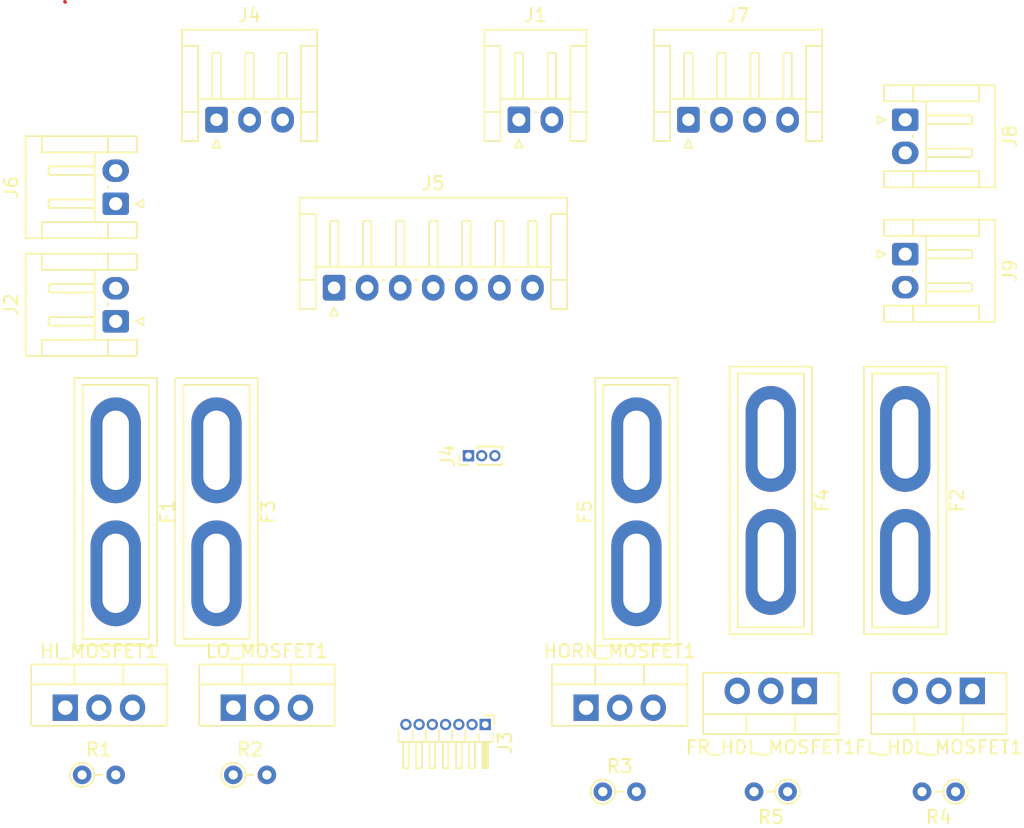
<source format=kicad_pcb>
(kicad_pcb (version 20171130) (host pcbnew "(5.1.10)-1")

  (general
    (thickness 1.6)
    (drawings 0)
    (tracks 1)
    (zones 0)
    (modules 25)
    (nets 22)
  )

  (page A4)
  (layers
    (0 F.Cu signal)
    (31 B.Cu signal)
    (32 B.Adhes user)
    (33 F.Adhes user)
    (34 B.Paste user)
    (35 F.Paste user)
    (36 B.SilkS user)
    (37 F.SilkS user)
    (38 B.Mask user)
    (39 F.Mask user)
    (40 Dwgs.User user)
    (41 Cmts.User user)
    (42 Eco1.User user)
    (43 Eco2.User user)
    (44 Edge.Cuts user)
    (45 Margin user)
    (46 B.CrtYd user)
    (47 F.CrtYd user)
    (48 B.Fab user)
    (49 F.Fab user)
  )

  (setup
    (last_trace_width 0.25)
    (trace_clearance 0.2)
    (zone_clearance 0.508)
    (zone_45_only no)
    (trace_min 0.2)
    (via_size 0.8)
    (via_drill 0.4)
    (via_min_size 0.4)
    (via_min_drill 0.3)
    (uvia_size 0.3)
    (uvia_drill 0.1)
    (uvias_allowed no)
    (uvia_min_size 0.2)
    (uvia_min_drill 0.1)
    (edge_width 0.05)
    (segment_width 0.2)
    (pcb_text_width 0.3)
    (pcb_text_size 1.5 1.5)
    (mod_edge_width 0.12)
    (mod_text_size 1 1)
    (mod_text_width 0.15)
    (pad_size 1.524 1.524)
    (pad_drill 0.762)
    (pad_to_mask_clearance 0)
    (aux_axis_origin 0 0)
    (visible_elements 7FFFFFFF)
    (pcbplotparams
      (layerselection 0x010fc_ffffffff)
      (usegerberextensions false)
      (usegerberattributes true)
      (usegerberadvancedattributes true)
      (creategerberjobfile true)
      (excludeedgelayer true)
      (linewidth 0.100000)
      (plotframeref false)
      (viasonmask false)
      (mode 1)
      (useauxorigin false)
      (hpglpennumber 1)
      (hpglpenspeed 20)
      (hpglpendiameter 15.000000)
      (psnegative false)
      (psa4output false)
      (plotreference true)
      (plotvalue true)
      (plotinvisibletext false)
      (padsonsilk false)
      (subtractmaskfromsilk false)
      (outputformat 1)
      (mirror false)
      (drillshape 1)
      (scaleselection 1)
      (outputdirectory ""))
  )

  (net 0 "")
  (net 1 "Net-(FL_HDL_MOSFET1-Pad3)")
  (net 2 "Net-(F2-Pad2)")
  (net 3 "Net-(FL_HDL_MOSFET1-Pad1)")
  (net 4 "Net-(F4-Pad2)")
  (net 5 "Net-(FR_HDL_MOSFET1-Pad1)")
  (net 6 "Net-(F1-Pad2)")
  (net 7 "Net-(HI_MOSFET1-Pad1)")
  (net 8 "Net-(F5-Pad2)")
  (net 9 "Net-(HORN_MOSFET1-Pad1)")
  (net 10 "Net-(J1-Pad2)")
  (net 11 "Net-(F5-Pad1)")
  (net 12 "Net-(F1-Pad1)")
  (net 13 "Net-(J3-Pad1)")
  (net 14 "Net-(J4-Pad3)")
  (net 15 "Net-(J3-Pad4)")
  (net 16 "Net-(F3-Pad1)")
  (net 17 "Net-(J3-Pad6)")
  (net 18 "Net-(F4-Pad1)")
  (net 19 "Net-(F2-Pad1)")
  (net 20 "Net-(F3-Pad2)")
  (net 21 "Net-(J5-Pad4)")

  (net_class Default "This is the default net class."
    (clearance 0.2)
    (trace_width 0.25)
    (via_dia 0.8)
    (via_drill 0.4)
    (uvia_dia 0.3)
    (uvia_drill 0.1)
    (add_net "Net-(F1-Pad1)")
    (add_net "Net-(F1-Pad2)")
    (add_net "Net-(F2-Pad1)")
    (add_net "Net-(F2-Pad2)")
    (add_net "Net-(F3-Pad1)")
    (add_net "Net-(F3-Pad2)")
    (add_net "Net-(F4-Pad1)")
    (add_net "Net-(F4-Pad2)")
    (add_net "Net-(F5-Pad1)")
    (add_net "Net-(F5-Pad2)")
    (add_net "Net-(FL_HDL_MOSFET1-Pad1)")
    (add_net "Net-(FL_HDL_MOSFET1-Pad3)")
    (add_net "Net-(FR_HDL_MOSFET1-Pad1)")
    (add_net "Net-(HI_MOSFET1-Pad1)")
    (add_net "Net-(HORN_MOSFET1-Pad1)")
    (add_net "Net-(J1-Pad2)")
    (add_net "Net-(J3-Pad1)")
    (add_net "Net-(J3-Pad4)")
    (add_net "Net-(J3-Pad6)")
    (add_net "Net-(J4-Pad3)")
    (add_net "Net-(J5-Pad4)")
  )

  (module Connector_JST:JST_EH_S2B-EH_1x02_P2.50mm_Horizontal (layer F.Cu) (tedit 5C281425) (tstamp 66A4B12D)
    (at 165.1 82.55 270)
    (descr "JST EH series connector, S2B-EH (http://www.jst-mfg.com/product/pdf/eng/eEH.pdf), generated with kicad-footprint-generator")
    (tags "connector JST EH horizontal")
    (path /670704A9)
    (fp_text reference J9 (at 1.25 -7.9 90) (layer F.SilkS)
      (effects (font (size 1 1) (thickness 0.15)))
    )
    (fp_text value FL_LOAD (at 1.25 2.7 90) (layer F.Fab)
      (effects (font (size 1 1) (thickness 0.15)))
    )
    (fp_line (start -1.5 -0.7) (end -1.5 1.5) (layer F.Fab) (width 0.1))
    (fp_line (start -1.5 1.5) (end -2.5 1.5) (layer F.Fab) (width 0.1))
    (fp_line (start -2.5 1.5) (end -2.5 -6.7) (layer F.Fab) (width 0.1))
    (fp_line (start -2.5 -6.7) (end 5 -6.7) (layer F.Fab) (width 0.1))
    (fp_line (start 5 -6.7) (end 5 1.5) (layer F.Fab) (width 0.1))
    (fp_line (start 5 1.5) (end 4 1.5) (layer F.Fab) (width 0.1))
    (fp_line (start 4 1.5) (end 4 -0.7) (layer F.Fab) (width 0.1))
    (fp_line (start 4 -0.7) (end -1.5 -0.7) (layer F.Fab) (width 0.1))
    (fp_line (start -3 -7.2) (end -3 2) (layer F.CrtYd) (width 0.05))
    (fp_line (start -3 2) (end 5.5 2) (layer F.CrtYd) (width 0.05))
    (fp_line (start 5.5 2) (end 5.5 -7.2) (layer F.CrtYd) (width 0.05))
    (fp_line (start 5.5 -7.2) (end -3 -7.2) (layer F.CrtYd) (width 0.05))
    (fp_line (start -1.39 -0.59) (end -1.39 1.61) (layer F.SilkS) (width 0.12))
    (fp_line (start -1.39 1.61) (end -2.61 1.61) (layer F.SilkS) (width 0.12))
    (fp_line (start -2.61 1.61) (end -2.61 -6.81) (layer F.SilkS) (width 0.12))
    (fp_line (start -2.61 -6.81) (end 5.11 -6.81) (layer F.SilkS) (width 0.12))
    (fp_line (start 5.11 -6.81) (end 5.11 1.61) (layer F.SilkS) (width 0.12))
    (fp_line (start 5.11 1.61) (end 3.89 1.61) (layer F.SilkS) (width 0.12))
    (fp_line (start 3.89 1.61) (end 3.89 -0.59) (layer F.SilkS) (width 0.12))
    (fp_line (start -2.61 -5.59) (end -1.39 -5.59) (layer F.SilkS) (width 0.12))
    (fp_line (start -1.39 -5.59) (end -1.39 -0.59) (layer F.SilkS) (width 0.12))
    (fp_line (start -1.39 -0.59) (end -2.61 -0.59) (layer F.SilkS) (width 0.12))
    (fp_line (start 5.11 -5.59) (end 3.89 -5.59) (layer F.SilkS) (width 0.12))
    (fp_line (start 3.89 -5.59) (end 3.89 -0.59) (layer F.SilkS) (width 0.12))
    (fp_line (start 3.89 -0.59) (end 5.11 -0.59) (layer F.SilkS) (width 0.12))
    (fp_line (start -1.39 -1.59) (end 3.89 -1.59) (layer F.SilkS) (width 0.12))
    (fp_line (start 0 -1.59) (end -0.32 -1.59) (layer F.SilkS) (width 0.12))
    (fp_line (start -0.32 -1.59) (end -0.32 -5.01) (layer F.SilkS) (width 0.12))
    (fp_line (start -0.32 -5.01) (end 0 -5.09) (layer F.SilkS) (width 0.12))
    (fp_line (start 0 -5.09) (end 0.32 -5.01) (layer F.SilkS) (width 0.12))
    (fp_line (start 0.32 -5.01) (end 0.32 -1.59) (layer F.SilkS) (width 0.12))
    (fp_line (start 0.32 -1.59) (end 0 -1.59) (layer F.SilkS) (width 0.12))
    (fp_line (start 1.17 -0.59) (end 1.33 -0.59) (layer F.SilkS) (width 0.12))
    (fp_line (start 2.5 -1.59) (end 2.18 -1.59) (layer F.SilkS) (width 0.12))
    (fp_line (start 2.18 -1.59) (end 2.18 -5.01) (layer F.SilkS) (width 0.12))
    (fp_line (start 2.18 -5.01) (end 2.5 -5.09) (layer F.SilkS) (width 0.12))
    (fp_line (start 2.5 -5.09) (end 2.82 -5.01) (layer F.SilkS) (width 0.12))
    (fp_line (start 2.82 -5.01) (end 2.82 -1.59) (layer F.SilkS) (width 0.12))
    (fp_line (start 2.82 -1.59) (end 2.5 -1.59) (layer F.SilkS) (width 0.12))
    (fp_line (start 0 1.5) (end -0.3 2.1) (layer F.SilkS) (width 0.12))
    (fp_line (start -0.3 2.1) (end 0.3 2.1) (layer F.SilkS) (width 0.12))
    (fp_line (start 0.3 2.1) (end 0 1.5) (layer F.SilkS) (width 0.12))
    (fp_line (start -0.5 -0.7) (end 0 -1.407107) (layer F.Fab) (width 0.1))
    (fp_line (start 0 -1.407107) (end 0.5 -0.7) (layer F.Fab) (width 0.1))
    (fp_text user %R (at 1.25 -2.6 90) (layer F.Fab)
      (effects (font (size 1 1) (thickness 0.15)))
    )
    (pad 2 thru_hole oval (at 2.5 0 270) (size 1.7 2) (drill 1) (layers *.Cu *.Mask)
      (net 10 "Net-(J1-Pad2)"))
    (pad 1 thru_hole roundrect (at 0 0 270) (size 1.7 2) (drill 1) (layers *.Cu *.Mask) (roundrect_rratio 0.147059)
      (net 19 "Net-(F2-Pad1)"))
    (model ${KISYS3DMOD}/Connector_JST.3dshapes/JST_EH_S2B-EH_1x02_P2.50mm_Horizontal.wrl
      (at (xyz 0 0 0))
      (scale (xyz 1 1 1))
      (rotate (xyz 0 0 0))
    )
  )

  (module Connector_JST:JST_EH_S2B-EH_1x02_P2.50mm_Horizontal (layer F.Cu) (tedit 5C281425) (tstamp 66A4B114)
    (at 165.1 72.39 270)
    (descr "JST EH series connector, S2B-EH (http://www.jst-mfg.com/product/pdf/eng/eEH.pdf), generated with kicad-footprint-generator")
    (tags "connector JST EH horizontal")
    (path /670704C2)
    (fp_text reference J8 (at 1.25 -7.9 90) (layer F.SilkS)
      (effects (font (size 1 1) (thickness 0.15)))
    )
    (fp_text value FR_LOAD (at 1.25 2.7 90) (layer F.Fab)
      (effects (font (size 1 1) (thickness 0.15)))
    )
    (fp_line (start -1.5 -0.7) (end -1.5 1.5) (layer F.Fab) (width 0.1))
    (fp_line (start -1.5 1.5) (end -2.5 1.5) (layer F.Fab) (width 0.1))
    (fp_line (start -2.5 1.5) (end -2.5 -6.7) (layer F.Fab) (width 0.1))
    (fp_line (start -2.5 -6.7) (end 5 -6.7) (layer F.Fab) (width 0.1))
    (fp_line (start 5 -6.7) (end 5 1.5) (layer F.Fab) (width 0.1))
    (fp_line (start 5 1.5) (end 4 1.5) (layer F.Fab) (width 0.1))
    (fp_line (start 4 1.5) (end 4 -0.7) (layer F.Fab) (width 0.1))
    (fp_line (start 4 -0.7) (end -1.5 -0.7) (layer F.Fab) (width 0.1))
    (fp_line (start -3 -7.2) (end -3 2) (layer F.CrtYd) (width 0.05))
    (fp_line (start -3 2) (end 5.5 2) (layer F.CrtYd) (width 0.05))
    (fp_line (start 5.5 2) (end 5.5 -7.2) (layer F.CrtYd) (width 0.05))
    (fp_line (start 5.5 -7.2) (end -3 -7.2) (layer F.CrtYd) (width 0.05))
    (fp_line (start -1.39 -0.59) (end -1.39 1.61) (layer F.SilkS) (width 0.12))
    (fp_line (start -1.39 1.61) (end -2.61 1.61) (layer F.SilkS) (width 0.12))
    (fp_line (start -2.61 1.61) (end -2.61 -6.81) (layer F.SilkS) (width 0.12))
    (fp_line (start -2.61 -6.81) (end 5.11 -6.81) (layer F.SilkS) (width 0.12))
    (fp_line (start 5.11 -6.81) (end 5.11 1.61) (layer F.SilkS) (width 0.12))
    (fp_line (start 5.11 1.61) (end 3.89 1.61) (layer F.SilkS) (width 0.12))
    (fp_line (start 3.89 1.61) (end 3.89 -0.59) (layer F.SilkS) (width 0.12))
    (fp_line (start -2.61 -5.59) (end -1.39 -5.59) (layer F.SilkS) (width 0.12))
    (fp_line (start -1.39 -5.59) (end -1.39 -0.59) (layer F.SilkS) (width 0.12))
    (fp_line (start -1.39 -0.59) (end -2.61 -0.59) (layer F.SilkS) (width 0.12))
    (fp_line (start 5.11 -5.59) (end 3.89 -5.59) (layer F.SilkS) (width 0.12))
    (fp_line (start 3.89 -5.59) (end 3.89 -0.59) (layer F.SilkS) (width 0.12))
    (fp_line (start 3.89 -0.59) (end 5.11 -0.59) (layer F.SilkS) (width 0.12))
    (fp_line (start -1.39 -1.59) (end 3.89 -1.59) (layer F.SilkS) (width 0.12))
    (fp_line (start 0 -1.59) (end -0.32 -1.59) (layer F.SilkS) (width 0.12))
    (fp_line (start -0.32 -1.59) (end -0.32 -5.01) (layer F.SilkS) (width 0.12))
    (fp_line (start -0.32 -5.01) (end 0 -5.09) (layer F.SilkS) (width 0.12))
    (fp_line (start 0 -5.09) (end 0.32 -5.01) (layer F.SilkS) (width 0.12))
    (fp_line (start 0.32 -5.01) (end 0.32 -1.59) (layer F.SilkS) (width 0.12))
    (fp_line (start 0.32 -1.59) (end 0 -1.59) (layer F.SilkS) (width 0.12))
    (fp_line (start 1.17 -0.59) (end 1.33 -0.59) (layer F.SilkS) (width 0.12))
    (fp_line (start 2.5 -1.59) (end 2.18 -1.59) (layer F.SilkS) (width 0.12))
    (fp_line (start 2.18 -1.59) (end 2.18 -5.01) (layer F.SilkS) (width 0.12))
    (fp_line (start 2.18 -5.01) (end 2.5 -5.09) (layer F.SilkS) (width 0.12))
    (fp_line (start 2.5 -5.09) (end 2.82 -5.01) (layer F.SilkS) (width 0.12))
    (fp_line (start 2.82 -5.01) (end 2.82 -1.59) (layer F.SilkS) (width 0.12))
    (fp_line (start 2.82 -1.59) (end 2.5 -1.59) (layer F.SilkS) (width 0.12))
    (fp_line (start 0 1.5) (end -0.3 2.1) (layer F.SilkS) (width 0.12))
    (fp_line (start -0.3 2.1) (end 0.3 2.1) (layer F.SilkS) (width 0.12))
    (fp_line (start 0.3 2.1) (end 0 1.5) (layer F.SilkS) (width 0.12))
    (fp_line (start -0.5 -0.7) (end 0 -1.407107) (layer F.Fab) (width 0.1))
    (fp_line (start 0 -1.407107) (end 0.5 -0.7) (layer F.Fab) (width 0.1))
    (fp_text user %R (at 1.25 -2.6 90) (layer F.Fab)
      (effects (font (size 1 1) (thickness 0.15)))
    )
    (pad 2 thru_hole oval (at 2.5 0 270) (size 1.7 2) (drill 1) (layers *.Cu *.Mask)
      (net 10 "Net-(J1-Pad2)"))
    (pad 1 thru_hole roundrect (at 0 0 270) (size 1.7 2) (drill 1) (layers *.Cu *.Mask) (roundrect_rratio 0.147059)
      (net 18 "Net-(F4-Pad1)"))
    (model ${KISYS3DMOD}/Connector_JST.3dshapes/JST_EH_S2B-EH_1x02_P2.50mm_Horizontal.wrl
      (at (xyz 0 0 0))
      (scale (xyz 1 1 1))
      (rotate (xyz 0 0 0))
    )
  )

  (module Connector_JST:JST_EH_S2B-EH_1x02_P2.50mm_Horizontal (layer F.Cu) (tedit 5C281425) (tstamp 66A4B0E2)
    (at 105.41 78.74 90)
    (descr "JST EH series connector, S2B-EH (http://www.jst-mfg.com/product/pdf/eng/eEH.pdf), generated with kicad-footprint-generator")
    (tags "connector JST EH horizontal")
    (path /66DE3BC5)
    (fp_text reference J6 (at 1.25 -7.9 90) (layer F.SilkS)
      (effects (font (size 1 1) (thickness 0.15)))
    )
    (fp_text value LO_OUT (at 1.25 2.7 90) (layer F.Fab)
      (effects (font (size 1 1) (thickness 0.15)))
    )
    (fp_line (start -1.5 -0.7) (end -1.5 1.5) (layer F.Fab) (width 0.1))
    (fp_line (start -1.5 1.5) (end -2.5 1.5) (layer F.Fab) (width 0.1))
    (fp_line (start -2.5 1.5) (end -2.5 -6.7) (layer F.Fab) (width 0.1))
    (fp_line (start -2.5 -6.7) (end 5 -6.7) (layer F.Fab) (width 0.1))
    (fp_line (start 5 -6.7) (end 5 1.5) (layer F.Fab) (width 0.1))
    (fp_line (start 5 1.5) (end 4 1.5) (layer F.Fab) (width 0.1))
    (fp_line (start 4 1.5) (end 4 -0.7) (layer F.Fab) (width 0.1))
    (fp_line (start 4 -0.7) (end -1.5 -0.7) (layer F.Fab) (width 0.1))
    (fp_line (start -3 -7.2) (end -3 2) (layer F.CrtYd) (width 0.05))
    (fp_line (start -3 2) (end 5.5 2) (layer F.CrtYd) (width 0.05))
    (fp_line (start 5.5 2) (end 5.5 -7.2) (layer F.CrtYd) (width 0.05))
    (fp_line (start 5.5 -7.2) (end -3 -7.2) (layer F.CrtYd) (width 0.05))
    (fp_line (start -1.39 -0.59) (end -1.39 1.61) (layer F.SilkS) (width 0.12))
    (fp_line (start -1.39 1.61) (end -2.61 1.61) (layer F.SilkS) (width 0.12))
    (fp_line (start -2.61 1.61) (end -2.61 -6.81) (layer F.SilkS) (width 0.12))
    (fp_line (start -2.61 -6.81) (end 5.11 -6.81) (layer F.SilkS) (width 0.12))
    (fp_line (start 5.11 -6.81) (end 5.11 1.61) (layer F.SilkS) (width 0.12))
    (fp_line (start 5.11 1.61) (end 3.89 1.61) (layer F.SilkS) (width 0.12))
    (fp_line (start 3.89 1.61) (end 3.89 -0.59) (layer F.SilkS) (width 0.12))
    (fp_line (start -2.61 -5.59) (end -1.39 -5.59) (layer F.SilkS) (width 0.12))
    (fp_line (start -1.39 -5.59) (end -1.39 -0.59) (layer F.SilkS) (width 0.12))
    (fp_line (start -1.39 -0.59) (end -2.61 -0.59) (layer F.SilkS) (width 0.12))
    (fp_line (start 5.11 -5.59) (end 3.89 -5.59) (layer F.SilkS) (width 0.12))
    (fp_line (start 3.89 -5.59) (end 3.89 -0.59) (layer F.SilkS) (width 0.12))
    (fp_line (start 3.89 -0.59) (end 5.11 -0.59) (layer F.SilkS) (width 0.12))
    (fp_line (start -1.39 -1.59) (end 3.89 -1.59) (layer F.SilkS) (width 0.12))
    (fp_line (start 0 -1.59) (end -0.32 -1.59) (layer F.SilkS) (width 0.12))
    (fp_line (start -0.32 -1.59) (end -0.32 -5.01) (layer F.SilkS) (width 0.12))
    (fp_line (start -0.32 -5.01) (end 0 -5.09) (layer F.SilkS) (width 0.12))
    (fp_line (start 0 -5.09) (end 0.32 -5.01) (layer F.SilkS) (width 0.12))
    (fp_line (start 0.32 -5.01) (end 0.32 -1.59) (layer F.SilkS) (width 0.12))
    (fp_line (start 0.32 -1.59) (end 0 -1.59) (layer F.SilkS) (width 0.12))
    (fp_line (start 1.17 -0.59) (end 1.33 -0.59) (layer F.SilkS) (width 0.12))
    (fp_line (start 2.5 -1.59) (end 2.18 -1.59) (layer F.SilkS) (width 0.12))
    (fp_line (start 2.18 -1.59) (end 2.18 -5.01) (layer F.SilkS) (width 0.12))
    (fp_line (start 2.18 -5.01) (end 2.5 -5.09) (layer F.SilkS) (width 0.12))
    (fp_line (start 2.5 -5.09) (end 2.82 -5.01) (layer F.SilkS) (width 0.12))
    (fp_line (start 2.82 -5.01) (end 2.82 -1.59) (layer F.SilkS) (width 0.12))
    (fp_line (start 2.82 -1.59) (end 2.5 -1.59) (layer F.SilkS) (width 0.12))
    (fp_line (start 0 1.5) (end -0.3 2.1) (layer F.SilkS) (width 0.12))
    (fp_line (start -0.3 2.1) (end 0.3 2.1) (layer F.SilkS) (width 0.12))
    (fp_line (start 0.3 2.1) (end 0 1.5) (layer F.SilkS) (width 0.12))
    (fp_line (start -0.5 -0.7) (end 0 -1.407107) (layer F.Fab) (width 0.1))
    (fp_line (start 0 -1.407107) (end 0.5 -0.7) (layer F.Fab) (width 0.1))
    (fp_text user %R (at 1.25 -2.6 90) (layer F.Fab)
      (effects (font (size 1 1) (thickness 0.15)))
    )
    (pad 2 thru_hole oval (at 2.5 0 90) (size 1.7 2) (drill 1) (layers *.Cu *.Mask)
      (net 10 "Net-(J1-Pad2)"))
    (pad 1 thru_hole roundrect (at 0 0 90) (size 1.7 2) (drill 1) (layers *.Cu *.Mask) (roundrect_rratio 0.147059)
      (net 16 "Net-(F3-Pad1)"))
    (model ${KISYS3DMOD}/Connector_JST.3dshapes/JST_EH_S2B-EH_1x02_P2.50mm_Horizontal.wrl
      (at (xyz 0 0 0))
      (scale (xyz 1 1 1))
      (rotate (xyz 0 0 0))
    )
  )

  (module Connector_JST:JST_EH_S7B-EH_1x07_P2.50mm_Horizontal (layer F.Cu) (tedit 5C281425) (tstamp 66A4B0C9)
    (at 121.92 85.09)
    (descr "JST EH series connector, S7B-EH (http://www.jst-mfg.com/product/pdf/eng/eEH.pdf), generated with kicad-footprint-generator")
    (tags "connector JST EH horizontal")
    (path /66AC9141)
    (fp_text reference J5 (at 7.5 -7.9) (layer F.SilkS)
      (effects (font (size 1 1) (thickness 0.15)))
    )
    (fp_text value LEFT_SW_IN (at 7.5 2.7) (layer F.Fab)
      (effects (font (size 1 1) (thickness 0.15)))
    )
    (fp_line (start -1.5 -0.7) (end -1.5 1.5) (layer F.Fab) (width 0.1))
    (fp_line (start -1.5 1.5) (end -2.5 1.5) (layer F.Fab) (width 0.1))
    (fp_line (start -2.5 1.5) (end -2.5 -6.7) (layer F.Fab) (width 0.1))
    (fp_line (start -2.5 -6.7) (end 17.5 -6.7) (layer F.Fab) (width 0.1))
    (fp_line (start 17.5 -6.7) (end 17.5 1.5) (layer F.Fab) (width 0.1))
    (fp_line (start 17.5 1.5) (end 16.5 1.5) (layer F.Fab) (width 0.1))
    (fp_line (start 16.5 1.5) (end 16.5 -0.7) (layer F.Fab) (width 0.1))
    (fp_line (start 16.5 -0.7) (end -1.5 -0.7) (layer F.Fab) (width 0.1))
    (fp_line (start -3 -7.2) (end -3 2) (layer F.CrtYd) (width 0.05))
    (fp_line (start -3 2) (end 18 2) (layer F.CrtYd) (width 0.05))
    (fp_line (start 18 2) (end 18 -7.2) (layer F.CrtYd) (width 0.05))
    (fp_line (start 18 -7.2) (end -3 -7.2) (layer F.CrtYd) (width 0.05))
    (fp_line (start -1.39 -0.59) (end -1.39 1.61) (layer F.SilkS) (width 0.12))
    (fp_line (start -1.39 1.61) (end -2.61 1.61) (layer F.SilkS) (width 0.12))
    (fp_line (start -2.61 1.61) (end -2.61 -6.81) (layer F.SilkS) (width 0.12))
    (fp_line (start -2.61 -6.81) (end 17.61 -6.81) (layer F.SilkS) (width 0.12))
    (fp_line (start 17.61 -6.81) (end 17.61 1.61) (layer F.SilkS) (width 0.12))
    (fp_line (start 17.61 1.61) (end 16.39 1.61) (layer F.SilkS) (width 0.12))
    (fp_line (start 16.39 1.61) (end 16.39 -0.59) (layer F.SilkS) (width 0.12))
    (fp_line (start -2.61 -5.59) (end -1.39 -5.59) (layer F.SilkS) (width 0.12))
    (fp_line (start -1.39 -5.59) (end -1.39 -0.59) (layer F.SilkS) (width 0.12))
    (fp_line (start -1.39 -0.59) (end -2.61 -0.59) (layer F.SilkS) (width 0.12))
    (fp_line (start 17.61 -5.59) (end 16.39 -5.59) (layer F.SilkS) (width 0.12))
    (fp_line (start 16.39 -5.59) (end 16.39 -0.59) (layer F.SilkS) (width 0.12))
    (fp_line (start 16.39 -0.59) (end 17.61 -0.59) (layer F.SilkS) (width 0.12))
    (fp_line (start -1.39 -1.59) (end 16.39 -1.59) (layer F.SilkS) (width 0.12))
    (fp_line (start 0 -1.59) (end -0.32 -1.59) (layer F.SilkS) (width 0.12))
    (fp_line (start -0.32 -1.59) (end -0.32 -5.01) (layer F.SilkS) (width 0.12))
    (fp_line (start -0.32 -5.01) (end 0 -5.09) (layer F.SilkS) (width 0.12))
    (fp_line (start 0 -5.09) (end 0.32 -5.01) (layer F.SilkS) (width 0.12))
    (fp_line (start 0.32 -5.01) (end 0.32 -1.59) (layer F.SilkS) (width 0.12))
    (fp_line (start 0.32 -1.59) (end 0 -1.59) (layer F.SilkS) (width 0.12))
    (fp_line (start 1.17 -0.59) (end 1.33 -0.59) (layer F.SilkS) (width 0.12))
    (fp_line (start 2.5 -1.59) (end 2.18 -1.59) (layer F.SilkS) (width 0.12))
    (fp_line (start 2.18 -1.59) (end 2.18 -5.01) (layer F.SilkS) (width 0.12))
    (fp_line (start 2.18 -5.01) (end 2.5 -5.09) (layer F.SilkS) (width 0.12))
    (fp_line (start 2.5 -5.09) (end 2.82 -5.01) (layer F.SilkS) (width 0.12))
    (fp_line (start 2.82 -5.01) (end 2.82 -1.59) (layer F.SilkS) (width 0.12))
    (fp_line (start 2.82 -1.59) (end 2.5 -1.59) (layer F.SilkS) (width 0.12))
    (fp_line (start 3.67 -0.59) (end 3.83 -0.59) (layer F.SilkS) (width 0.12))
    (fp_line (start 5 -1.59) (end 4.68 -1.59) (layer F.SilkS) (width 0.12))
    (fp_line (start 4.68 -1.59) (end 4.68 -5.01) (layer F.SilkS) (width 0.12))
    (fp_line (start 4.68 -5.01) (end 5 -5.09) (layer F.SilkS) (width 0.12))
    (fp_line (start 5 -5.09) (end 5.32 -5.01) (layer F.SilkS) (width 0.12))
    (fp_line (start 5.32 -5.01) (end 5.32 -1.59) (layer F.SilkS) (width 0.12))
    (fp_line (start 5.32 -1.59) (end 5 -1.59) (layer F.SilkS) (width 0.12))
    (fp_line (start 6.17 -0.59) (end 6.33 -0.59) (layer F.SilkS) (width 0.12))
    (fp_line (start 7.5 -1.59) (end 7.18 -1.59) (layer F.SilkS) (width 0.12))
    (fp_line (start 7.18 -1.59) (end 7.18 -5.01) (layer F.SilkS) (width 0.12))
    (fp_line (start 7.18 -5.01) (end 7.5 -5.09) (layer F.SilkS) (width 0.12))
    (fp_line (start 7.5 -5.09) (end 7.82 -5.01) (layer F.SilkS) (width 0.12))
    (fp_line (start 7.82 -5.01) (end 7.82 -1.59) (layer F.SilkS) (width 0.12))
    (fp_line (start 7.82 -1.59) (end 7.5 -1.59) (layer F.SilkS) (width 0.12))
    (fp_line (start 8.67 -0.59) (end 8.83 -0.59) (layer F.SilkS) (width 0.12))
    (fp_line (start 10 -1.59) (end 9.68 -1.59) (layer F.SilkS) (width 0.12))
    (fp_line (start 9.68 -1.59) (end 9.68 -5.01) (layer F.SilkS) (width 0.12))
    (fp_line (start 9.68 -5.01) (end 10 -5.09) (layer F.SilkS) (width 0.12))
    (fp_line (start 10 -5.09) (end 10.32 -5.01) (layer F.SilkS) (width 0.12))
    (fp_line (start 10.32 -5.01) (end 10.32 -1.59) (layer F.SilkS) (width 0.12))
    (fp_line (start 10.32 -1.59) (end 10 -1.59) (layer F.SilkS) (width 0.12))
    (fp_line (start 11.17 -0.59) (end 11.33 -0.59) (layer F.SilkS) (width 0.12))
    (fp_line (start 12.5 -1.59) (end 12.18 -1.59) (layer F.SilkS) (width 0.12))
    (fp_line (start 12.18 -1.59) (end 12.18 -5.01) (layer F.SilkS) (width 0.12))
    (fp_line (start 12.18 -5.01) (end 12.5 -5.09) (layer F.SilkS) (width 0.12))
    (fp_line (start 12.5 -5.09) (end 12.82 -5.01) (layer F.SilkS) (width 0.12))
    (fp_line (start 12.82 -5.01) (end 12.82 -1.59) (layer F.SilkS) (width 0.12))
    (fp_line (start 12.82 -1.59) (end 12.5 -1.59) (layer F.SilkS) (width 0.12))
    (fp_line (start 13.67 -0.59) (end 13.83 -0.59) (layer F.SilkS) (width 0.12))
    (fp_line (start 15 -1.59) (end 14.68 -1.59) (layer F.SilkS) (width 0.12))
    (fp_line (start 14.68 -1.59) (end 14.68 -5.01) (layer F.SilkS) (width 0.12))
    (fp_line (start 14.68 -5.01) (end 15 -5.09) (layer F.SilkS) (width 0.12))
    (fp_line (start 15 -5.09) (end 15.32 -5.01) (layer F.SilkS) (width 0.12))
    (fp_line (start 15.32 -5.01) (end 15.32 -1.59) (layer F.SilkS) (width 0.12))
    (fp_line (start 15.32 -1.59) (end 15 -1.59) (layer F.SilkS) (width 0.12))
    (fp_line (start 0 1.5) (end -0.3 2.1) (layer F.SilkS) (width 0.12))
    (fp_line (start -0.3 2.1) (end 0.3 2.1) (layer F.SilkS) (width 0.12))
    (fp_line (start 0.3 2.1) (end 0 1.5) (layer F.SilkS) (width 0.12))
    (fp_line (start -0.5 -0.7) (end 0 -1.407107) (layer F.Fab) (width 0.1))
    (fp_line (start 0 -1.407107) (end 0.5 -0.7) (layer F.Fab) (width 0.1))
    (fp_text user %R (at 7.5 -2.6) (layer F.Fab)
      (effects (font (size 1 1) (thickness 0.15)))
    )
    (pad 7 thru_hole oval (at 15 0) (size 1.7 1.95) (drill 0.95) (layers *.Cu *.Mask)
      (net 3 "Net-(FL_HDL_MOSFET1-Pad1)"))
    (pad 6 thru_hole oval (at 12.5 0) (size 1.7 1.95) (drill 0.95) (layers *.Cu *.Mask)
      (net 5 "Net-(FR_HDL_MOSFET1-Pad1)"))
    (pad 5 thru_hole oval (at 10 0) (size 1.7 1.95) (drill 0.95) (layers *.Cu *.Mask)
      (net 9 "Net-(HORN_MOSFET1-Pad1)"))
    (pad 4 thru_hole oval (at 7.5 0) (size 1.7 1.95) (drill 0.95) (layers *.Cu *.Mask)
      (net 21 "Net-(J5-Pad4)"))
    (pad 3 thru_hole oval (at 5 0) (size 1.7 1.95) (drill 0.95) (layers *.Cu *.Mask)
      (net 7 "Net-(HI_MOSFET1-Pad1)"))
    (pad 2 thru_hole oval (at 2.5 0) (size 1.7 1.95) (drill 0.95) (layers *.Cu *.Mask)
      (net 1 "Net-(FL_HDL_MOSFET1-Pad3)"))
    (pad 1 thru_hole roundrect (at 0 0) (size 1.7 1.95) (drill 0.95) (layers *.Cu *.Mask) (roundrect_rratio 0.147059)
      (net 10 "Net-(J1-Pad2)"))
    (model ${KISYS3DMOD}/Connector_JST.3dshapes/JST_EH_S7B-EH_1x07_P2.50mm_Horizontal.wrl
      (at (xyz 0 0 0))
      (scale (xyz 1 1 1))
      (rotate (xyz 0 0 0))
    )
  )

  (module Connector_JST:JST_EH_S2B-EH_1x02_P2.50mm_Horizontal (layer F.Cu) (tedit 5C281425) (tstamp 66A4B07E)
    (at 105.41 87.63 90)
    (descr "JST EH series connector, S2B-EH (http://www.jst-mfg.com/product/pdf/eng/eEH.pdf), generated with kicad-footprint-generator")
    (tags "connector JST EH horizontal")
    (path /66A83AF8)
    (fp_text reference J2 (at 1.25 -7.9 90) (layer F.SilkS)
      (effects (font (size 1 1) (thickness 0.15)))
    )
    (fp_text value HI_OUT (at 1.25 2.7 90) (layer F.Fab)
      (effects (font (size 1 1) (thickness 0.15)))
    )
    (fp_line (start -1.5 -0.7) (end -1.5 1.5) (layer F.Fab) (width 0.1))
    (fp_line (start -1.5 1.5) (end -2.5 1.5) (layer F.Fab) (width 0.1))
    (fp_line (start -2.5 1.5) (end -2.5 -6.7) (layer F.Fab) (width 0.1))
    (fp_line (start -2.5 -6.7) (end 5 -6.7) (layer F.Fab) (width 0.1))
    (fp_line (start 5 -6.7) (end 5 1.5) (layer F.Fab) (width 0.1))
    (fp_line (start 5 1.5) (end 4 1.5) (layer F.Fab) (width 0.1))
    (fp_line (start 4 1.5) (end 4 -0.7) (layer F.Fab) (width 0.1))
    (fp_line (start 4 -0.7) (end -1.5 -0.7) (layer F.Fab) (width 0.1))
    (fp_line (start -3 -7.2) (end -3 2) (layer F.CrtYd) (width 0.05))
    (fp_line (start -3 2) (end 5.5 2) (layer F.CrtYd) (width 0.05))
    (fp_line (start 5.5 2) (end 5.5 -7.2) (layer F.CrtYd) (width 0.05))
    (fp_line (start 5.5 -7.2) (end -3 -7.2) (layer F.CrtYd) (width 0.05))
    (fp_line (start -1.39 -0.59) (end -1.39 1.61) (layer F.SilkS) (width 0.12))
    (fp_line (start -1.39 1.61) (end -2.61 1.61) (layer F.SilkS) (width 0.12))
    (fp_line (start -2.61 1.61) (end -2.61 -6.81) (layer F.SilkS) (width 0.12))
    (fp_line (start -2.61 -6.81) (end 5.11 -6.81) (layer F.SilkS) (width 0.12))
    (fp_line (start 5.11 -6.81) (end 5.11 1.61) (layer F.SilkS) (width 0.12))
    (fp_line (start 5.11 1.61) (end 3.89 1.61) (layer F.SilkS) (width 0.12))
    (fp_line (start 3.89 1.61) (end 3.89 -0.59) (layer F.SilkS) (width 0.12))
    (fp_line (start -2.61 -5.59) (end -1.39 -5.59) (layer F.SilkS) (width 0.12))
    (fp_line (start -1.39 -5.59) (end -1.39 -0.59) (layer F.SilkS) (width 0.12))
    (fp_line (start -1.39 -0.59) (end -2.61 -0.59) (layer F.SilkS) (width 0.12))
    (fp_line (start 5.11 -5.59) (end 3.89 -5.59) (layer F.SilkS) (width 0.12))
    (fp_line (start 3.89 -5.59) (end 3.89 -0.59) (layer F.SilkS) (width 0.12))
    (fp_line (start 3.89 -0.59) (end 5.11 -0.59) (layer F.SilkS) (width 0.12))
    (fp_line (start -1.39 -1.59) (end 3.89 -1.59) (layer F.SilkS) (width 0.12))
    (fp_line (start 0 -1.59) (end -0.32 -1.59) (layer F.SilkS) (width 0.12))
    (fp_line (start -0.32 -1.59) (end -0.32 -5.01) (layer F.SilkS) (width 0.12))
    (fp_line (start -0.32 -5.01) (end 0 -5.09) (layer F.SilkS) (width 0.12))
    (fp_line (start 0 -5.09) (end 0.32 -5.01) (layer F.SilkS) (width 0.12))
    (fp_line (start 0.32 -5.01) (end 0.32 -1.59) (layer F.SilkS) (width 0.12))
    (fp_line (start 0.32 -1.59) (end 0 -1.59) (layer F.SilkS) (width 0.12))
    (fp_line (start 1.17 -0.59) (end 1.33 -0.59) (layer F.SilkS) (width 0.12))
    (fp_line (start 2.5 -1.59) (end 2.18 -1.59) (layer F.SilkS) (width 0.12))
    (fp_line (start 2.18 -1.59) (end 2.18 -5.01) (layer F.SilkS) (width 0.12))
    (fp_line (start 2.18 -5.01) (end 2.5 -5.09) (layer F.SilkS) (width 0.12))
    (fp_line (start 2.5 -5.09) (end 2.82 -5.01) (layer F.SilkS) (width 0.12))
    (fp_line (start 2.82 -5.01) (end 2.82 -1.59) (layer F.SilkS) (width 0.12))
    (fp_line (start 2.82 -1.59) (end 2.5 -1.59) (layer F.SilkS) (width 0.12))
    (fp_line (start 0 1.5) (end -0.3 2.1) (layer F.SilkS) (width 0.12))
    (fp_line (start -0.3 2.1) (end 0.3 2.1) (layer F.SilkS) (width 0.12))
    (fp_line (start 0.3 2.1) (end 0 1.5) (layer F.SilkS) (width 0.12))
    (fp_line (start -0.5 -0.7) (end 0 -1.407107) (layer F.Fab) (width 0.1))
    (fp_line (start 0 -1.407107) (end 0.5 -0.7) (layer F.Fab) (width 0.1))
    (fp_text user %R (at 1.25 -2.6 90) (layer F.Fab)
      (effects (font (size 1 1) (thickness 0.15)))
    )
    (pad 2 thru_hole oval (at 2.5 0 90) (size 1.7 2) (drill 1) (layers *.Cu *.Mask)
      (net 10 "Net-(J1-Pad2)"))
    (pad 1 thru_hole roundrect (at 0 0 90) (size 1.7 2) (drill 1) (layers *.Cu *.Mask) (roundrect_rratio 0.147059)
      (net 12 "Net-(F1-Pad1)"))
    (model ${KISYS3DMOD}/Connector_JST.3dshapes/JST_EH_S2B-EH_1x02_P2.50mm_Horizontal.wrl
      (at (xyz 0 0 0))
      (scale (xyz 1 1 1))
      (rotate (xyz 0 0 0))
    )
  )

  (module Connector_JST:JST_EH_S2B-EH_1x02_P2.50mm_Horizontal (layer F.Cu) (tedit 5C281425) (tstamp 66A4B065)
    (at 135.89 72.39)
    (descr "JST EH series connector, S2B-EH (http://www.jst-mfg.com/product/pdf/eng/eEH.pdf), generated with kicad-footprint-generator")
    (tags "connector JST EH horizontal")
    (path /66DE6B99)
    (fp_text reference J1 (at 1.25 -7.9) (layer F.SilkS)
      (effects (font (size 1 1) (thickness 0.15)))
    )
    (fp_text value HORN_OUT (at 1.25 2.7) (layer F.Fab)
      (effects (font (size 1 1) (thickness 0.15)))
    )
    (fp_line (start -1.5 -0.7) (end -1.5 1.5) (layer F.Fab) (width 0.1))
    (fp_line (start -1.5 1.5) (end -2.5 1.5) (layer F.Fab) (width 0.1))
    (fp_line (start -2.5 1.5) (end -2.5 -6.7) (layer F.Fab) (width 0.1))
    (fp_line (start -2.5 -6.7) (end 5 -6.7) (layer F.Fab) (width 0.1))
    (fp_line (start 5 -6.7) (end 5 1.5) (layer F.Fab) (width 0.1))
    (fp_line (start 5 1.5) (end 4 1.5) (layer F.Fab) (width 0.1))
    (fp_line (start 4 1.5) (end 4 -0.7) (layer F.Fab) (width 0.1))
    (fp_line (start 4 -0.7) (end -1.5 -0.7) (layer F.Fab) (width 0.1))
    (fp_line (start -3 -7.2) (end -3 2) (layer F.CrtYd) (width 0.05))
    (fp_line (start -3 2) (end 5.5 2) (layer F.CrtYd) (width 0.05))
    (fp_line (start 5.5 2) (end 5.5 -7.2) (layer F.CrtYd) (width 0.05))
    (fp_line (start 5.5 -7.2) (end -3 -7.2) (layer F.CrtYd) (width 0.05))
    (fp_line (start -1.39 -0.59) (end -1.39 1.61) (layer F.SilkS) (width 0.12))
    (fp_line (start -1.39 1.61) (end -2.61 1.61) (layer F.SilkS) (width 0.12))
    (fp_line (start -2.61 1.61) (end -2.61 -6.81) (layer F.SilkS) (width 0.12))
    (fp_line (start -2.61 -6.81) (end 5.11 -6.81) (layer F.SilkS) (width 0.12))
    (fp_line (start 5.11 -6.81) (end 5.11 1.61) (layer F.SilkS) (width 0.12))
    (fp_line (start 5.11 1.61) (end 3.89 1.61) (layer F.SilkS) (width 0.12))
    (fp_line (start 3.89 1.61) (end 3.89 -0.59) (layer F.SilkS) (width 0.12))
    (fp_line (start -2.61 -5.59) (end -1.39 -5.59) (layer F.SilkS) (width 0.12))
    (fp_line (start -1.39 -5.59) (end -1.39 -0.59) (layer F.SilkS) (width 0.12))
    (fp_line (start -1.39 -0.59) (end -2.61 -0.59) (layer F.SilkS) (width 0.12))
    (fp_line (start 5.11 -5.59) (end 3.89 -5.59) (layer F.SilkS) (width 0.12))
    (fp_line (start 3.89 -5.59) (end 3.89 -0.59) (layer F.SilkS) (width 0.12))
    (fp_line (start 3.89 -0.59) (end 5.11 -0.59) (layer F.SilkS) (width 0.12))
    (fp_line (start -1.39 -1.59) (end 3.89 -1.59) (layer F.SilkS) (width 0.12))
    (fp_line (start 0 -1.59) (end -0.32 -1.59) (layer F.SilkS) (width 0.12))
    (fp_line (start -0.32 -1.59) (end -0.32 -5.01) (layer F.SilkS) (width 0.12))
    (fp_line (start -0.32 -5.01) (end 0 -5.09) (layer F.SilkS) (width 0.12))
    (fp_line (start 0 -5.09) (end 0.32 -5.01) (layer F.SilkS) (width 0.12))
    (fp_line (start 0.32 -5.01) (end 0.32 -1.59) (layer F.SilkS) (width 0.12))
    (fp_line (start 0.32 -1.59) (end 0 -1.59) (layer F.SilkS) (width 0.12))
    (fp_line (start 1.17 -0.59) (end 1.33 -0.59) (layer F.SilkS) (width 0.12))
    (fp_line (start 2.5 -1.59) (end 2.18 -1.59) (layer F.SilkS) (width 0.12))
    (fp_line (start 2.18 -1.59) (end 2.18 -5.01) (layer F.SilkS) (width 0.12))
    (fp_line (start 2.18 -5.01) (end 2.5 -5.09) (layer F.SilkS) (width 0.12))
    (fp_line (start 2.5 -5.09) (end 2.82 -5.01) (layer F.SilkS) (width 0.12))
    (fp_line (start 2.82 -5.01) (end 2.82 -1.59) (layer F.SilkS) (width 0.12))
    (fp_line (start 2.82 -1.59) (end 2.5 -1.59) (layer F.SilkS) (width 0.12))
    (fp_line (start 0 1.5) (end -0.3 2.1) (layer F.SilkS) (width 0.12))
    (fp_line (start -0.3 2.1) (end 0.3 2.1) (layer F.SilkS) (width 0.12))
    (fp_line (start 0.3 2.1) (end 0 1.5) (layer F.SilkS) (width 0.12))
    (fp_line (start -0.5 -0.7) (end 0 -1.407107) (layer F.Fab) (width 0.1))
    (fp_line (start 0 -1.407107) (end 0.5 -0.7) (layer F.Fab) (width 0.1))
    (fp_text user %R (at 1.25 -2.6) (layer F.Fab)
      (effects (font (size 1 1) (thickness 0.15)))
    )
    (pad 2 thru_hole oval (at 2.5 0) (size 1.7 2) (drill 1) (layers *.Cu *.Mask)
      (net 10 "Net-(J1-Pad2)"))
    (pad 1 thru_hole roundrect (at 0 0) (size 1.7 2) (drill 1) (layers *.Cu *.Mask) (roundrect_rratio 0.147059)
      (net 11 "Net-(F5-Pad1)"))
    (model ${KISYS3DMOD}/Connector_JST.3dshapes/JST_EH_S2B-EH_1x02_P2.50mm_Horizontal.wrl
      (at (xyz 0 0 0))
      (scale (xyz 1 1 1))
      (rotate (xyz 0 0 0))
    )
  )

  (module Connector_JST:JST_EH_S3B-EH_1x03_P2.50mm_Horizontal (layer F.Cu) (tedit 5C281425) (tstamp 66A73B4B)
    (at 113.03 72.39)
    (descr "JST EH series connector, S3B-EH (http://www.jst-mfg.com/product/pdf/eng/eEH.pdf), generated with kicad-footprint-generator")
    (tags "connector JST EH horizontal")
    (path /66AA9E89)
    (fp_text reference J4 (at 2.5 -7.9) (layer F.SilkS)
      (effects (font (size 1 1) (thickness 0.15)))
    )
    (fp_text value IGNITION (at 2.5 2.7) (layer F.Fab)
      (effects (font (size 1 1) (thickness 0.15)))
    )
    (fp_line (start 0 -1.407107) (end 0.5 -0.7) (layer F.Fab) (width 0.1))
    (fp_line (start -0.5 -0.7) (end 0 -1.407107) (layer F.Fab) (width 0.1))
    (fp_line (start 0.3 2.1) (end 0 1.5) (layer F.SilkS) (width 0.12))
    (fp_line (start -0.3 2.1) (end 0.3 2.1) (layer F.SilkS) (width 0.12))
    (fp_line (start 0 1.5) (end -0.3 2.1) (layer F.SilkS) (width 0.12))
    (fp_line (start 5.32 -1.59) (end 5 -1.59) (layer F.SilkS) (width 0.12))
    (fp_line (start 5.32 -5.01) (end 5.32 -1.59) (layer F.SilkS) (width 0.12))
    (fp_line (start 5 -5.09) (end 5.32 -5.01) (layer F.SilkS) (width 0.12))
    (fp_line (start 4.68 -5.01) (end 5 -5.09) (layer F.SilkS) (width 0.12))
    (fp_line (start 4.68 -1.59) (end 4.68 -5.01) (layer F.SilkS) (width 0.12))
    (fp_line (start 5 -1.59) (end 4.68 -1.59) (layer F.SilkS) (width 0.12))
    (fp_line (start 3.67 -0.59) (end 3.83 -0.59) (layer F.SilkS) (width 0.12))
    (fp_line (start 2.82 -1.59) (end 2.5 -1.59) (layer F.SilkS) (width 0.12))
    (fp_line (start 2.82 -5.01) (end 2.82 -1.59) (layer F.SilkS) (width 0.12))
    (fp_line (start 2.5 -5.09) (end 2.82 -5.01) (layer F.SilkS) (width 0.12))
    (fp_line (start 2.18 -5.01) (end 2.5 -5.09) (layer F.SilkS) (width 0.12))
    (fp_line (start 2.18 -1.59) (end 2.18 -5.01) (layer F.SilkS) (width 0.12))
    (fp_line (start 2.5 -1.59) (end 2.18 -1.59) (layer F.SilkS) (width 0.12))
    (fp_line (start 1.17 -0.59) (end 1.33 -0.59) (layer F.SilkS) (width 0.12))
    (fp_line (start 0.32 -1.59) (end 0 -1.59) (layer F.SilkS) (width 0.12))
    (fp_line (start 0.32 -5.01) (end 0.32 -1.59) (layer F.SilkS) (width 0.12))
    (fp_line (start 0 -5.09) (end 0.32 -5.01) (layer F.SilkS) (width 0.12))
    (fp_line (start -0.32 -5.01) (end 0 -5.09) (layer F.SilkS) (width 0.12))
    (fp_line (start -0.32 -1.59) (end -0.32 -5.01) (layer F.SilkS) (width 0.12))
    (fp_line (start 0 -1.59) (end -0.32 -1.59) (layer F.SilkS) (width 0.12))
    (fp_line (start -1.39 -1.59) (end 6.39 -1.59) (layer F.SilkS) (width 0.12))
    (fp_line (start 6.39 -0.59) (end 7.61 -0.59) (layer F.SilkS) (width 0.12))
    (fp_line (start 6.39 -5.59) (end 6.39 -0.59) (layer F.SilkS) (width 0.12))
    (fp_line (start 7.61 -5.59) (end 6.39 -5.59) (layer F.SilkS) (width 0.12))
    (fp_line (start -1.39 -0.59) (end -2.61 -0.59) (layer F.SilkS) (width 0.12))
    (fp_line (start -1.39 -5.59) (end -1.39 -0.59) (layer F.SilkS) (width 0.12))
    (fp_line (start -2.61 -5.59) (end -1.39 -5.59) (layer F.SilkS) (width 0.12))
    (fp_line (start 6.39 1.61) (end 6.39 -0.59) (layer F.SilkS) (width 0.12))
    (fp_line (start 7.61 1.61) (end 6.39 1.61) (layer F.SilkS) (width 0.12))
    (fp_line (start 7.61 -6.81) (end 7.61 1.61) (layer F.SilkS) (width 0.12))
    (fp_line (start -2.61 -6.81) (end 7.61 -6.81) (layer F.SilkS) (width 0.12))
    (fp_line (start -2.61 1.61) (end -2.61 -6.81) (layer F.SilkS) (width 0.12))
    (fp_line (start -1.39 1.61) (end -2.61 1.61) (layer F.SilkS) (width 0.12))
    (fp_line (start -1.39 -0.59) (end -1.39 1.61) (layer F.SilkS) (width 0.12))
    (fp_line (start 8 -7.2) (end -3 -7.2) (layer F.CrtYd) (width 0.05))
    (fp_line (start 8 2) (end 8 -7.2) (layer F.CrtYd) (width 0.05))
    (fp_line (start -3 2) (end 8 2) (layer F.CrtYd) (width 0.05))
    (fp_line (start -3 -7.2) (end -3 2) (layer F.CrtYd) (width 0.05))
    (fp_line (start 6.5 -0.7) (end -1.5 -0.7) (layer F.Fab) (width 0.1))
    (fp_line (start 6.5 1.5) (end 6.5 -0.7) (layer F.Fab) (width 0.1))
    (fp_line (start 7.5 1.5) (end 6.5 1.5) (layer F.Fab) (width 0.1))
    (fp_line (start 7.5 -6.7) (end 7.5 1.5) (layer F.Fab) (width 0.1))
    (fp_line (start -2.5 -6.7) (end 7.5 -6.7) (layer F.Fab) (width 0.1))
    (fp_line (start -2.5 1.5) (end -2.5 -6.7) (layer F.Fab) (width 0.1))
    (fp_line (start -1.5 1.5) (end -2.5 1.5) (layer F.Fab) (width 0.1))
    (fp_line (start -1.5 -0.7) (end -1.5 1.5) (layer F.Fab) (width 0.1))
    (fp_text user %R (at 2.5 -2.6) (layer F.Fab)
      (effects (font (size 1 1) (thickness 0.15)))
    )
    (pad 3 thru_hole oval (at 5 0) (size 1.7 1.95) (drill 0.95) (layers *.Cu *.Mask)
      (net 1 "Net-(FL_HDL_MOSFET1-Pad3)"))
    (pad 2 thru_hole oval (at 2.5 0) (size 1.7 1.95) (drill 0.95) (layers *.Cu *.Mask)
      (net 10 "Net-(J1-Pad2)"))
    (pad 1 thru_hole roundrect (at 0 0) (size 1.7 1.95) (drill 0.95) (layers *.Cu *.Mask) (roundrect_rratio 0.147059)
      (net 17 "Net-(J3-Pad6)"))
    (model ${KISYS3DMOD}/Connector_JST.3dshapes/JST_EH_S3B-EH_1x03_P2.50mm_Horizontal.wrl
      (at (xyz 0 0 0))
      (scale (xyz 1 1 1))
      (rotate (xyz 0 0 0))
    )
  )

  (module Connector_JST:JST_EH_S4B-EH_1x04_P2.50mm_Horizontal (layer F.Cu) (tedit 5C281425) (tstamp 66A72FAE)
    (at 148.71 72.39)
    (descr "JST EH series connector, S4B-EH (http://www.jst-mfg.com/product/pdf/eng/eEH.pdf), generated with kicad-footprint-generator")
    (tags "connector JST EH horizontal")
    (path /66A61232)
    (fp_text reference J7 (at 3.75 -7.9) (layer F.SilkS)
      (effects (font (size 1 1) (thickness 0.15)))
    )
    (fp_text value RIGHT_SW (at 3.75 2.7) (layer F.Fab)
      (effects (font (size 1 1) (thickness 0.15)))
    )
    (fp_line (start 0 -1.407107) (end 0.5 -0.7) (layer F.Fab) (width 0.1))
    (fp_line (start -0.5 -0.7) (end 0 -1.407107) (layer F.Fab) (width 0.1))
    (fp_line (start 0.3 2.1) (end 0 1.5) (layer F.SilkS) (width 0.12))
    (fp_line (start -0.3 2.1) (end 0.3 2.1) (layer F.SilkS) (width 0.12))
    (fp_line (start 0 1.5) (end -0.3 2.1) (layer F.SilkS) (width 0.12))
    (fp_line (start 7.82 -1.59) (end 7.5 -1.59) (layer F.SilkS) (width 0.12))
    (fp_line (start 7.82 -5.01) (end 7.82 -1.59) (layer F.SilkS) (width 0.12))
    (fp_line (start 7.5 -5.09) (end 7.82 -5.01) (layer F.SilkS) (width 0.12))
    (fp_line (start 7.18 -5.01) (end 7.5 -5.09) (layer F.SilkS) (width 0.12))
    (fp_line (start 7.18 -1.59) (end 7.18 -5.01) (layer F.SilkS) (width 0.12))
    (fp_line (start 7.5 -1.59) (end 7.18 -1.59) (layer F.SilkS) (width 0.12))
    (fp_line (start 6.17 -0.59) (end 6.33 -0.59) (layer F.SilkS) (width 0.12))
    (fp_line (start 5.32 -1.59) (end 5 -1.59) (layer F.SilkS) (width 0.12))
    (fp_line (start 5.32 -5.01) (end 5.32 -1.59) (layer F.SilkS) (width 0.12))
    (fp_line (start 5 -5.09) (end 5.32 -5.01) (layer F.SilkS) (width 0.12))
    (fp_line (start 4.68 -5.01) (end 5 -5.09) (layer F.SilkS) (width 0.12))
    (fp_line (start 4.68 -1.59) (end 4.68 -5.01) (layer F.SilkS) (width 0.12))
    (fp_line (start 5 -1.59) (end 4.68 -1.59) (layer F.SilkS) (width 0.12))
    (fp_line (start 3.67 -0.59) (end 3.83 -0.59) (layer F.SilkS) (width 0.12))
    (fp_line (start 2.82 -1.59) (end 2.5 -1.59) (layer F.SilkS) (width 0.12))
    (fp_line (start 2.82 -5.01) (end 2.82 -1.59) (layer F.SilkS) (width 0.12))
    (fp_line (start 2.5 -5.09) (end 2.82 -5.01) (layer F.SilkS) (width 0.12))
    (fp_line (start 2.18 -5.01) (end 2.5 -5.09) (layer F.SilkS) (width 0.12))
    (fp_line (start 2.18 -1.59) (end 2.18 -5.01) (layer F.SilkS) (width 0.12))
    (fp_line (start 2.5 -1.59) (end 2.18 -1.59) (layer F.SilkS) (width 0.12))
    (fp_line (start 1.17 -0.59) (end 1.33 -0.59) (layer F.SilkS) (width 0.12))
    (fp_line (start 0.32 -1.59) (end 0 -1.59) (layer F.SilkS) (width 0.12))
    (fp_line (start 0.32 -5.01) (end 0.32 -1.59) (layer F.SilkS) (width 0.12))
    (fp_line (start 0 -5.09) (end 0.32 -5.01) (layer F.SilkS) (width 0.12))
    (fp_line (start -0.32 -5.01) (end 0 -5.09) (layer F.SilkS) (width 0.12))
    (fp_line (start -0.32 -1.59) (end -0.32 -5.01) (layer F.SilkS) (width 0.12))
    (fp_line (start 0 -1.59) (end -0.32 -1.59) (layer F.SilkS) (width 0.12))
    (fp_line (start -1.39 -1.59) (end 8.89 -1.59) (layer F.SilkS) (width 0.12))
    (fp_line (start 8.89 -0.59) (end 10.11 -0.59) (layer F.SilkS) (width 0.12))
    (fp_line (start 8.89 -5.59) (end 8.89 -0.59) (layer F.SilkS) (width 0.12))
    (fp_line (start 10.11 -5.59) (end 8.89 -5.59) (layer F.SilkS) (width 0.12))
    (fp_line (start -1.39 -0.59) (end -2.61 -0.59) (layer F.SilkS) (width 0.12))
    (fp_line (start -1.39 -5.59) (end -1.39 -0.59) (layer F.SilkS) (width 0.12))
    (fp_line (start -2.61 -5.59) (end -1.39 -5.59) (layer F.SilkS) (width 0.12))
    (fp_line (start 8.89 1.61) (end 8.89 -0.59) (layer F.SilkS) (width 0.12))
    (fp_line (start 10.11 1.61) (end 8.89 1.61) (layer F.SilkS) (width 0.12))
    (fp_line (start 10.11 -6.81) (end 10.11 1.61) (layer F.SilkS) (width 0.12))
    (fp_line (start -2.61 -6.81) (end 10.11 -6.81) (layer F.SilkS) (width 0.12))
    (fp_line (start -2.61 1.61) (end -2.61 -6.81) (layer F.SilkS) (width 0.12))
    (fp_line (start -1.39 1.61) (end -2.61 1.61) (layer F.SilkS) (width 0.12))
    (fp_line (start -1.39 -0.59) (end -1.39 1.61) (layer F.SilkS) (width 0.12))
    (fp_line (start 10.5 -7.2) (end -3 -7.2) (layer F.CrtYd) (width 0.05))
    (fp_line (start 10.5 2) (end 10.5 -7.2) (layer F.CrtYd) (width 0.05))
    (fp_line (start -3 2) (end 10.5 2) (layer F.CrtYd) (width 0.05))
    (fp_line (start -3 -7.2) (end -3 2) (layer F.CrtYd) (width 0.05))
    (fp_line (start 9 -0.7) (end -1.5 -0.7) (layer F.Fab) (width 0.1))
    (fp_line (start 9 1.5) (end 9 -0.7) (layer F.Fab) (width 0.1))
    (fp_line (start 10 1.5) (end 9 1.5) (layer F.Fab) (width 0.1))
    (fp_line (start 10 -6.7) (end 10 1.5) (layer F.Fab) (width 0.1))
    (fp_line (start -2.5 -6.7) (end 10 -6.7) (layer F.Fab) (width 0.1))
    (fp_line (start -2.5 1.5) (end -2.5 -6.7) (layer F.Fab) (width 0.1))
    (fp_line (start -1.5 1.5) (end -2.5 1.5) (layer F.Fab) (width 0.1))
    (fp_line (start -1.5 -0.7) (end -1.5 1.5) (layer F.Fab) (width 0.1))
    (fp_text user %R (at 3.75 -2.6) (layer F.Fab)
      (effects (font (size 1 1) (thickness 0.15)))
    )
    (pad 4 thru_hole oval (at 7.5 0) (size 1.7 1.95) (drill 0.95) (layers *.Cu *.Mask)
      (net 1 "Net-(FL_HDL_MOSFET1-Pad3)"))
    (pad 3 thru_hole oval (at 5 0) (size 1.7 1.95) (drill 0.95) (layers *.Cu *.Mask)
      (net 10 "Net-(J1-Pad2)"))
    (pad 2 thru_hole oval (at 2.5 0) (size 1.7 1.95) (drill 0.95) (layers *.Cu *.Mask)
      (net 13 "Net-(J3-Pad1)"))
    (pad 1 thru_hole roundrect (at 0 0) (size 1.7 1.95) (drill 0.95) (layers *.Cu *.Mask) (roundrect_rratio 0.147059)
      (net 15 "Net-(J3-Pad4)"))
    (model ${KISYS3DMOD}/Connector_JST.3dshapes/JST_EH_S4B-EH_1x04_P2.50mm_Horizontal.wrl
      (at (xyz 0 0 0))
      (scale (xyz 1 1 1))
      (rotate (xyz 0 0 0))
    )
  )

  (module Connector_PinHeader_1.00mm:PinHeader_1x07_P1.00mm_Horizontal (layer F.Cu) (tedit 59FED737) (tstamp 66A4B097)
    (at 133.35 118.11 270)
    (descr "Through hole angled pin header, 1x07, 1.00mm pitch, 2.0mm pin length, single row")
    (tags "Through hole angled pin header THT 1x07 1.00mm single row")
    (path /66AA2F87)
    (fp_text reference J3 (at 1.375 -1.5 90) (layer F.SilkS)
      (effects (font (size 1 1) (thickness 0.15)))
    )
    (fp_text value MAIN (at 1.375 7.5 90) (layer F.Fab)
      (effects (font (size 1 1) (thickness 0.15)))
    )
    (fp_line (start 3.75 -1) (end -1 -1) (layer F.CrtYd) (width 0.05))
    (fp_line (start 3.75 7) (end 3.75 -1) (layer F.CrtYd) (width 0.05))
    (fp_line (start -1 7) (end 3.75 7) (layer F.CrtYd) (width 0.05))
    (fp_line (start -1 -1) (end -1 7) (layer F.CrtYd) (width 0.05))
    (fp_line (start -0.685 -0.685) (end 0 -0.685) (layer F.SilkS) (width 0.12))
    (fp_line (start -0.685 0) (end -0.685 -0.685) (layer F.SilkS) (width 0.12))
    (fp_line (start 3.31 6.21) (end 1.31 6.21) (layer F.SilkS) (width 0.12))
    (fp_line (start 3.31 5.79) (end 3.31 6.21) (layer F.SilkS) (width 0.12))
    (fp_line (start 1.31 5.79) (end 3.31 5.79) (layer F.SilkS) (width 0.12))
    (fp_line (start 0.468215 5.5) (end 1.31 5.5) (layer F.SilkS) (width 0.12))
    (fp_line (start 3.31 5.21) (end 1.31 5.21) (layer F.SilkS) (width 0.12))
    (fp_line (start 3.31 4.79) (end 3.31 5.21) (layer F.SilkS) (width 0.12))
    (fp_line (start 1.31 4.79) (end 3.31 4.79) (layer F.SilkS) (width 0.12))
    (fp_line (start 0.468215 4.5) (end 1.31 4.5) (layer F.SilkS) (width 0.12))
    (fp_line (start 3.31 4.21) (end 1.31 4.21) (layer F.SilkS) (width 0.12))
    (fp_line (start 3.31 3.79) (end 3.31 4.21) (layer F.SilkS) (width 0.12))
    (fp_line (start 1.31 3.79) (end 3.31 3.79) (layer F.SilkS) (width 0.12))
    (fp_line (start 0.468215 3.5) (end 1.31 3.5) (layer F.SilkS) (width 0.12))
    (fp_line (start 3.31 3.21) (end 1.31 3.21) (layer F.SilkS) (width 0.12))
    (fp_line (start 3.31 2.79) (end 3.31 3.21) (layer F.SilkS) (width 0.12))
    (fp_line (start 1.31 2.79) (end 3.31 2.79) (layer F.SilkS) (width 0.12))
    (fp_line (start 0.468215 2.5) (end 1.31 2.5) (layer F.SilkS) (width 0.12))
    (fp_line (start 3.31 2.21) (end 1.31 2.21) (layer F.SilkS) (width 0.12))
    (fp_line (start 3.31 1.79) (end 3.31 2.21) (layer F.SilkS) (width 0.12))
    (fp_line (start 1.31 1.79) (end 3.31 1.79) (layer F.SilkS) (width 0.12))
    (fp_line (start 0.468215 1.5) (end 1.31 1.5) (layer F.SilkS) (width 0.12))
    (fp_line (start 3.31 1.21) (end 1.31 1.21) (layer F.SilkS) (width 0.12))
    (fp_line (start 3.31 0.79) (end 3.31 1.21) (layer F.SilkS) (width 0.12))
    (fp_line (start 1.31 0.79) (end 3.31 0.79) (layer F.SilkS) (width 0.12))
    (fp_line (start 0.685 0.5) (end 1.31 0.5) (layer F.SilkS) (width 0.12))
    (fp_line (start 1.31 0.09) (end 3.31 0.09) (layer F.SilkS) (width 0.12))
    (fp_line (start 1.31 -0.03) (end 3.31 -0.03) (layer F.SilkS) (width 0.12))
    (fp_line (start 1.31 -0.15) (end 3.31 -0.15) (layer F.SilkS) (width 0.12))
    (fp_line (start 3.31 0.21) (end 1.31 0.21) (layer F.SilkS) (width 0.12))
    (fp_line (start 3.31 -0.21) (end 3.31 0.21) (layer F.SilkS) (width 0.12))
    (fp_line (start 1.31 -0.21) (end 3.31 -0.21) (layer F.SilkS) (width 0.12))
    (fp_line (start 1.31 6.56) (end 0.394493 6.56) (layer F.SilkS) (width 0.12))
    (fp_line (start 1.31 -0.56) (end 1.31 6.56) (layer F.SilkS) (width 0.12))
    (fp_line (start 0.685 -0.56) (end 1.31 -0.56) (layer F.SilkS) (width 0.12))
    (fp_line (start 1.25 6.15) (end 3.25 6.15) (layer F.Fab) (width 0.1))
    (fp_line (start 3.25 5.85) (end 3.25 6.15) (layer F.Fab) (width 0.1))
    (fp_line (start 1.25 5.85) (end 3.25 5.85) (layer F.Fab) (width 0.1))
    (fp_line (start -0.15 6.15) (end 0.25 6.15) (layer F.Fab) (width 0.1))
    (fp_line (start -0.15 5.85) (end -0.15 6.15) (layer F.Fab) (width 0.1))
    (fp_line (start -0.15 5.85) (end 0.25 5.85) (layer F.Fab) (width 0.1))
    (fp_line (start 1.25 5.15) (end 3.25 5.15) (layer F.Fab) (width 0.1))
    (fp_line (start 3.25 4.85) (end 3.25 5.15) (layer F.Fab) (width 0.1))
    (fp_line (start 1.25 4.85) (end 3.25 4.85) (layer F.Fab) (width 0.1))
    (fp_line (start -0.15 5.15) (end 0.25 5.15) (layer F.Fab) (width 0.1))
    (fp_line (start -0.15 4.85) (end -0.15 5.15) (layer F.Fab) (width 0.1))
    (fp_line (start -0.15 4.85) (end 0.25 4.85) (layer F.Fab) (width 0.1))
    (fp_line (start 1.25 4.15) (end 3.25 4.15) (layer F.Fab) (width 0.1))
    (fp_line (start 3.25 3.85) (end 3.25 4.15) (layer F.Fab) (width 0.1))
    (fp_line (start 1.25 3.85) (end 3.25 3.85) (layer F.Fab) (width 0.1))
    (fp_line (start -0.15 4.15) (end 0.25 4.15) (layer F.Fab) (width 0.1))
    (fp_line (start -0.15 3.85) (end -0.15 4.15) (layer F.Fab) (width 0.1))
    (fp_line (start -0.15 3.85) (end 0.25 3.85) (layer F.Fab) (width 0.1))
    (fp_line (start 1.25 3.15) (end 3.25 3.15) (layer F.Fab) (width 0.1))
    (fp_line (start 3.25 2.85) (end 3.25 3.15) (layer F.Fab) (width 0.1))
    (fp_line (start 1.25 2.85) (end 3.25 2.85) (layer F.Fab) (width 0.1))
    (fp_line (start -0.15 3.15) (end 0.25 3.15) (layer F.Fab) (width 0.1))
    (fp_line (start -0.15 2.85) (end -0.15 3.15) (layer F.Fab) (width 0.1))
    (fp_line (start -0.15 2.85) (end 0.25 2.85) (layer F.Fab) (width 0.1))
    (fp_line (start 1.25 2.15) (end 3.25 2.15) (layer F.Fab) (width 0.1))
    (fp_line (start 3.25 1.85) (end 3.25 2.15) (layer F.Fab) (width 0.1))
    (fp_line (start 1.25 1.85) (end 3.25 1.85) (layer F.Fab) (width 0.1))
    (fp_line (start -0.15 2.15) (end 0.25 2.15) (layer F.Fab) (width 0.1))
    (fp_line (start -0.15 1.85) (end -0.15 2.15) (layer F.Fab) (width 0.1))
    (fp_line (start -0.15 1.85) (end 0.25 1.85) (layer F.Fab) (width 0.1))
    (fp_line (start 1.25 1.15) (end 3.25 1.15) (layer F.Fab) (width 0.1))
    (fp_line (start 3.25 0.85) (end 3.25 1.15) (layer F.Fab) (width 0.1))
    (fp_line (start 1.25 0.85) (end 3.25 0.85) (layer F.Fab) (width 0.1))
    (fp_line (start -0.15 1.15) (end 0.25 1.15) (layer F.Fab) (width 0.1))
    (fp_line (start -0.15 0.85) (end -0.15 1.15) (layer F.Fab) (width 0.1))
    (fp_line (start -0.15 0.85) (end 0.25 0.85) (layer F.Fab) (width 0.1))
    (fp_line (start 1.25 0.15) (end 3.25 0.15) (layer F.Fab) (width 0.1))
    (fp_line (start 3.25 -0.15) (end 3.25 0.15) (layer F.Fab) (width 0.1))
    (fp_line (start 1.25 -0.15) (end 3.25 -0.15) (layer F.Fab) (width 0.1))
    (fp_line (start -0.15 0.15) (end 0.25 0.15) (layer F.Fab) (width 0.1))
    (fp_line (start -0.15 -0.15) (end -0.15 0.15) (layer F.Fab) (width 0.1))
    (fp_line (start -0.15 -0.15) (end 0.25 -0.15) (layer F.Fab) (width 0.1))
    (fp_line (start 0.25 -0.25) (end 0.5 -0.5) (layer F.Fab) (width 0.1))
    (fp_line (start 0.25 6.5) (end 0.25 -0.25) (layer F.Fab) (width 0.1))
    (fp_line (start 1.25 6.5) (end 0.25 6.5) (layer F.Fab) (width 0.1))
    (fp_line (start 1.25 -0.5) (end 1.25 6.5) (layer F.Fab) (width 0.1))
    (fp_line (start 0.5 -0.5) (end 1.25 -0.5) (layer F.Fab) (width 0.1))
    (fp_text user %R (at 0.75 3) (layer F.Fab)
      (effects (font (size 0.6 0.6) (thickness 0.09)))
    )
    (pad 7 thru_hole oval (at 0 6 270) (size 0.85 0.85) (drill 0.5) (layers *.Cu *.Mask)
      (net 1 "Net-(FL_HDL_MOSFET1-Pad3)"))
    (pad 6 thru_hole oval (at 0 5 270) (size 0.85 0.85) (drill 0.5) (layers *.Cu *.Mask)
      (net 17 "Net-(J3-Pad6)"))
    (pad 5 thru_hole oval (at 0 4 270) (size 0.85 0.85) (drill 0.5) (layers *.Cu *.Mask)
      (net 10 "Net-(J1-Pad2)"))
    (pad 4 thru_hole oval (at 0 3 270) (size 0.85 0.85) (drill 0.5) (layers *.Cu *.Mask)
      (net 15 "Net-(J3-Pad4)"))
    (pad 3 thru_hole oval (at 0 2 270) (size 0.85 0.85) (drill 0.5) (layers *.Cu *.Mask)
      (net 3 "Net-(FL_HDL_MOSFET1-Pad1)"))
    (pad 2 thru_hole oval (at 0 1 270) (size 0.85 0.85) (drill 0.5) (layers *.Cu *.Mask)
      (net 5 "Net-(FR_HDL_MOSFET1-Pad1)"))
    (pad 1 thru_hole rect (at 0 0 270) (size 0.85 0.85) (drill 0.5) (layers *.Cu *.Mask)
      (net 13 "Net-(J3-Pad1)"))
    (model ${KISYS3DMOD}/Connector_PinHeader_1.00mm.3dshapes/PinHeader_1x07_P1.00mm_Horizontal.wrl
      (at (xyz 0 0 0))
      (scale (xyz 1 1 1))
      (rotate (xyz 0 0 0))
    )
  )

  (module Fuse:Fuse_Blade_ATO_directSolder (layer F.Cu) (tedit 5A1C8B0A) (tstamp 66A5E2BE)
    (at 144.78 106.68 90)
    (descr "car blade fuse direct solder")
    (tags "car blade fuse")
    (path /66F05137)
    (fp_text reference F5 (at 4.65 -3.9 90) (layer F.SilkS)
      (effects (font (size 1 1) (thickness 0.15)))
    )
    (fp_text value Fuse (at 4.6 4 90) (layer F.Fab)
      (effects (font (size 1 1) (thickness 0.15)))
    )
    (fp_line (start 4.95 0) (end 4.35 0) (layer F.Fab) (width 0.1))
    (fp_line (start -5.35 -3) (end 14.65 -3) (layer F.Fab) (width 0.1))
    (fp_line (start 14.65 -3) (end 14.65 3) (layer F.Fab) (width 0.1))
    (fp_line (start 14.65 3) (end -5.35 3) (layer F.Fab) (width 0.1))
    (fp_line (start -5.35 3) (end -5.35 -3) (layer F.Fab) (width 0.1))
    (fp_line (start -4.95 -2.5) (end 14.25 -2.5) (layer F.SilkS) (width 0.12))
    (fp_line (start 14.25 -2.5) (end 14.25 2.5) (layer F.SilkS) (width 0.12))
    (fp_line (start 14.25 2.5) (end -4.95 2.5) (layer F.SilkS) (width 0.12))
    (fp_line (start -4.95 2.5) (end -4.95 -2.5) (layer F.SilkS) (width 0.12))
    (fp_line (start -5.6 -3.25) (end 14.9 -3.25) (layer F.CrtYd) (width 0.05))
    (fp_line (start -5.6 -3.25) (end -5.6 3.25) (layer F.CrtYd) (width 0.05))
    (fp_line (start 14.9 3.25) (end 14.9 -3.25) (layer F.CrtYd) (width 0.05))
    (fp_line (start 14.9 3.25) (end -5.6 3.25) (layer F.CrtYd) (width 0.05))
    (fp_line (start -5.47 -3.12) (end 14.77 -3.12) (layer F.SilkS) (width 0.12))
    (fp_line (start -5.47 -3.12) (end -5.47 3.12) (layer F.SilkS) (width 0.12))
    (fp_line (start 14.77 3.12) (end 14.77 -3.12) (layer F.SilkS) (width 0.12))
    (fp_line (start 14.77 3.12) (end -5.47 3.12) (layer F.SilkS) (width 0.12))
    (fp_text user %R (at 4.75 -1.5 90) (layer F.Fab)
      (effects (font (size 1 1) (thickness 0.15)))
    )
    (pad 2 thru_hole oval (at 9.3 0 90) (size 8 3.8) (drill oval 6 2) (layers *.Cu *.Mask)
      (net 8 "Net-(F5-Pad2)"))
    (pad 1 thru_hole oval (at 0 0 90) (size 8 3.8) (drill oval 6 2) (layers *.Cu *.Mask)
      (net 11 "Net-(F5-Pad1)"))
    (model ${KISYS3DMOD}/Fuse.3dshapes/Fuse_Blade_ATO_directSolder.wrl
      (offset (xyz 4.571999931335449 0 0))
      (scale (xyz 0.39 0.39 0.39))
      (rotate (xyz 0 0 0))
    )
  )

  (module Fuse:Fuse_Blade_ATO_directSolder (layer F.Cu) (tedit 5A1C8B0A) (tstamp 66A5E2A6)
    (at 154.94 96.52 270)
    (descr "car blade fuse direct solder")
    (tags "car blade fuse")
    (path /6707049C)
    (fp_text reference F4 (at 4.65 -3.9 90) (layer F.SilkS)
      (effects (font (size 1 1) (thickness 0.15)))
    )
    (fp_text value Fuse (at 4.6 4 90) (layer F.Fab)
      (effects (font (size 1 1) (thickness 0.15)))
    )
    (fp_line (start 4.95 0) (end 4.35 0) (layer F.Fab) (width 0.1))
    (fp_line (start -5.35 -3) (end 14.65 -3) (layer F.Fab) (width 0.1))
    (fp_line (start 14.65 -3) (end 14.65 3) (layer F.Fab) (width 0.1))
    (fp_line (start 14.65 3) (end -5.35 3) (layer F.Fab) (width 0.1))
    (fp_line (start -5.35 3) (end -5.35 -3) (layer F.Fab) (width 0.1))
    (fp_line (start -4.95 -2.5) (end 14.25 -2.5) (layer F.SilkS) (width 0.12))
    (fp_line (start 14.25 -2.5) (end 14.25 2.5) (layer F.SilkS) (width 0.12))
    (fp_line (start 14.25 2.5) (end -4.95 2.5) (layer F.SilkS) (width 0.12))
    (fp_line (start -4.95 2.5) (end -4.95 -2.5) (layer F.SilkS) (width 0.12))
    (fp_line (start -5.6 -3.25) (end 14.9 -3.25) (layer F.CrtYd) (width 0.05))
    (fp_line (start -5.6 -3.25) (end -5.6 3.25) (layer F.CrtYd) (width 0.05))
    (fp_line (start 14.9 3.25) (end 14.9 -3.25) (layer F.CrtYd) (width 0.05))
    (fp_line (start 14.9 3.25) (end -5.6 3.25) (layer F.CrtYd) (width 0.05))
    (fp_line (start -5.47 -3.12) (end 14.77 -3.12) (layer F.SilkS) (width 0.12))
    (fp_line (start -5.47 -3.12) (end -5.47 3.12) (layer F.SilkS) (width 0.12))
    (fp_line (start 14.77 3.12) (end 14.77 -3.12) (layer F.SilkS) (width 0.12))
    (fp_line (start 14.77 3.12) (end -5.47 3.12) (layer F.SilkS) (width 0.12))
    (fp_text user %R (at 4.75 -1.5 90) (layer F.Fab)
      (effects (font (size 1 1) (thickness 0.15)))
    )
    (pad 2 thru_hole oval (at 9.3 0 270) (size 8 3.8) (drill oval 6 2) (layers *.Cu *.Mask)
      (net 4 "Net-(F4-Pad2)"))
    (pad 1 thru_hole oval (at 0 0 270) (size 8 3.8) (drill oval 6 2) (layers *.Cu *.Mask)
      (net 18 "Net-(F4-Pad1)"))
    (model ${KISYS3DMOD}/Fuse.3dshapes/Fuse_Blade_ATO_directSolder.wrl
      (offset (xyz 4.571999931335449 0 0))
      (scale (xyz 0.39 0.39 0.39))
      (rotate (xyz 0 0 0))
    )
  )

  (module Fuse:Fuse_Blade_ATO_directSolder (layer F.Cu) (tedit 5A1C8B0A) (tstamp 66A5E28E)
    (at 113.03 97.38 270)
    (descr "car blade fuse direct solder")
    (tags "car blade fuse")
    (path /66A68DB3)
    (fp_text reference F3 (at 4.65 -3.9 90) (layer F.SilkS)
      (effects (font (size 1 1) (thickness 0.15)))
    )
    (fp_text value Fuse (at 4.6 4 90) (layer F.Fab)
      (effects (font (size 1 1) (thickness 0.15)))
    )
    (fp_line (start 4.95 0) (end 4.35 0) (layer F.Fab) (width 0.1))
    (fp_line (start -5.35 -3) (end 14.65 -3) (layer F.Fab) (width 0.1))
    (fp_line (start 14.65 -3) (end 14.65 3) (layer F.Fab) (width 0.1))
    (fp_line (start 14.65 3) (end -5.35 3) (layer F.Fab) (width 0.1))
    (fp_line (start -5.35 3) (end -5.35 -3) (layer F.Fab) (width 0.1))
    (fp_line (start -4.95 -2.5) (end 14.25 -2.5) (layer F.SilkS) (width 0.12))
    (fp_line (start 14.25 -2.5) (end 14.25 2.5) (layer F.SilkS) (width 0.12))
    (fp_line (start 14.25 2.5) (end -4.95 2.5) (layer F.SilkS) (width 0.12))
    (fp_line (start -4.95 2.5) (end -4.95 -2.5) (layer F.SilkS) (width 0.12))
    (fp_line (start -5.6 -3.25) (end 14.9 -3.25) (layer F.CrtYd) (width 0.05))
    (fp_line (start -5.6 -3.25) (end -5.6 3.25) (layer F.CrtYd) (width 0.05))
    (fp_line (start 14.9 3.25) (end 14.9 -3.25) (layer F.CrtYd) (width 0.05))
    (fp_line (start 14.9 3.25) (end -5.6 3.25) (layer F.CrtYd) (width 0.05))
    (fp_line (start -5.47 -3.12) (end 14.77 -3.12) (layer F.SilkS) (width 0.12))
    (fp_line (start -5.47 -3.12) (end -5.47 3.12) (layer F.SilkS) (width 0.12))
    (fp_line (start 14.77 3.12) (end 14.77 -3.12) (layer F.SilkS) (width 0.12))
    (fp_line (start 14.77 3.12) (end -5.47 3.12) (layer F.SilkS) (width 0.12))
    (fp_text user %R (at 4.75 -1.5 90) (layer F.Fab)
      (effects (font (size 1 1) (thickness 0.15)))
    )
    (pad 2 thru_hole oval (at 9.3 0 270) (size 8 3.8) (drill oval 6 2) (layers *.Cu *.Mask)
      (net 20 "Net-(F3-Pad2)"))
    (pad 1 thru_hole oval (at 0 0 270) (size 8 3.8) (drill oval 6 2) (layers *.Cu *.Mask)
      (net 16 "Net-(F3-Pad1)"))
    (model ${KISYS3DMOD}/Fuse.3dshapes/Fuse_Blade_ATO_directSolder.wrl
      (offset (xyz 4.571999931335449 0 0))
      (scale (xyz 0.39 0.39 0.39))
      (rotate (xyz 0 0 0))
    )
  )

  (module Fuse:Fuse_Blade_ATO_directSolder (layer F.Cu) (tedit 5A1C8B0A) (tstamp 66A5E276)
    (at 165.1 96.52 270)
    (descr "car blade fuse direct solder")
    (tags "car blade fuse")
    (path /670704A3)
    (fp_text reference F2 (at 4.65 -3.9 90) (layer F.SilkS)
      (effects (font (size 1 1) (thickness 0.15)))
    )
    (fp_text value Fuse (at 4.6 4 90) (layer F.Fab)
      (effects (font (size 1 1) (thickness 0.15)))
    )
    (fp_line (start 4.95 0) (end 4.35 0) (layer F.Fab) (width 0.1))
    (fp_line (start -5.35 -3) (end 14.65 -3) (layer F.Fab) (width 0.1))
    (fp_line (start 14.65 -3) (end 14.65 3) (layer F.Fab) (width 0.1))
    (fp_line (start 14.65 3) (end -5.35 3) (layer F.Fab) (width 0.1))
    (fp_line (start -5.35 3) (end -5.35 -3) (layer F.Fab) (width 0.1))
    (fp_line (start -4.95 -2.5) (end 14.25 -2.5) (layer F.SilkS) (width 0.12))
    (fp_line (start 14.25 -2.5) (end 14.25 2.5) (layer F.SilkS) (width 0.12))
    (fp_line (start 14.25 2.5) (end -4.95 2.5) (layer F.SilkS) (width 0.12))
    (fp_line (start -4.95 2.5) (end -4.95 -2.5) (layer F.SilkS) (width 0.12))
    (fp_line (start -5.6 -3.25) (end 14.9 -3.25) (layer F.CrtYd) (width 0.05))
    (fp_line (start -5.6 -3.25) (end -5.6 3.25) (layer F.CrtYd) (width 0.05))
    (fp_line (start 14.9 3.25) (end 14.9 -3.25) (layer F.CrtYd) (width 0.05))
    (fp_line (start 14.9 3.25) (end -5.6 3.25) (layer F.CrtYd) (width 0.05))
    (fp_line (start -5.47 -3.12) (end 14.77 -3.12) (layer F.SilkS) (width 0.12))
    (fp_line (start -5.47 -3.12) (end -5.47 3.12) (layer F.SilkS) (width 0.12))
    (fp_line (start 14.77 3.12) (end 14.77 -3.12) (layer F.SilkS) (width 0.12))
    (fp_line (start 14.77 3.12) (end -5.47 3.12) (layer F.SilkS) (width 0.12))
    (fp_text user %R (at 4.75 -1.5 90) (layer F.Fab)
      (effects (font (size 1 1) (thickness 0.15)))
    )
    (pad 2 thru_hole oval (at 9.3 0 270) (size 8 3.8) (drill oval 6 2) (layers *.Cu *.Mask)
      (net 2 "Net-(F2-Pad2)"))
    (pad 1 thru_hole oval (at 0 0 270) (size 8 3.8) (drill oval 6 2) (layers *.Cu *.Mask)
      (net 19 "Net-(F2-Pad1)"))
    (model ${KISYS3DMOD}/Fuse.3dshapes/Fuse_Blade_ATO_directSolder.wrl
      (offset (xyz 4.571999931335449 0 0))
      (scale (xyz 0.39 0.39 0.39))
      (rotate (xyz 0 0 0))
    )
  )

  (module Fuse:Fuse_Blade_ATO_directSolder (layer F.Cu) (tedit 5A1C8B0A) (tstamp 66A5E25E)
    (at 105.41 97.38 270)
    (descr "car blade fuse direct solder")
    (tags "car blade fuse")
    (path /66A4FD3E)
    (fp_text reference F1 (at 4.65 -3.9 90) (layer F.SilkS)
      (effects (font (size 1 1) (thickness 0.15)))
    )
    (fp_text value Fuse (at 4.6 4 90) (layer F.Fab)
      (effects (font (size 1 1) (thickness 0.15)))
    )
    (fp_line (start 4.95 0) (end 4.35 0) (layer F.Fab) (width 0.1))
    (fp_line (start -5.35 -3) (end 14.65 -3) (layer F.Fab) (width 0.1))
    (fp_line (start 14.65 -3) (end 14.65 3) (layer F.Fab) (width 0.1))
    (fp_line (start 14.65 3) (end -5.35 3) (layer F.Fab) (width 0.1))
    (fp_line (start -5.35 3) (end -5.35 -3) (layer F.Fab) (width 0.1))
    (fp_line (start -4.95 -2.5) (end 14.25 -2.5) (layer F.SilkS) (width 0.12))
    (fp_line (start 14.25 -2.5) (end 14.25 2.5) (layer F.SilkS) (width 0.12))
    (fp_line (start 14.25 2.5) (end -4.95 2.5) (layer F.SilkS) (width 0.12))
    (fp_line (start -4.95 2.5) (end -4.95 -2.5) (layer F.SilkS) (width 0.12))
    (fp_line (start -5.6 -3.25) (end 14.9 -3.25) (layer F.CrtYd) (width 0.05))
    (fp_line (start -5.6 -3.25) (end -5.6 3.25) (layer F.CrtYd) (width 0.05))
    (fp_line (start 14.9 3.25) (end 14.9 -3.25) (layer F.CrtYd) (width 0.05))
    (fp_line (start 14.9 3.25) (end -5.6 3.25) (layer F.CrtYd) (width 0.05))
    (fp_line (start -5.47 -3.12) (end 14.77 -3.12) (layer F.SilkS) (width 0.12))
    (fp_line (start -5.47 -3.12) (end -5.47 3.12) (layer F.SilkS) (width 0.12))
    (fp_line (start 14.77 3.12) (end 14.77 -3.12) (layer F.SilkS) (width 0.12))
    (fp_line (start 14.77 3.12) (end -5.47 3.12) (layer F.SilkS) (width 0.12))
    (fp_text user %R (at 4.75 -1.5 90) (layer F.Fab)
      (effects (font (size 1 1) (thickness 0.15)))
    )
    (pad 2 thru_hole oval (at 9.3 0 270) (size 8 3.8) (drill oval 6 2) (layers *.Cu *.Mask)
      (net 6 "Net-(F1-Pad2)"))
    (pad 1 thru_hole oval (at 0 0 270) (size 8 3.8) (drill oval 6 2) (layers *.Cu *.Mask)
      (net 12 "Net-(F1-Pad1)"))
    (model ${KISYS3DMOD}/Fuse.3dshapes/Fuse_Blade_ATO_directSolder.wrl
      (offset (xyz 4.571999931335449 0 0))
      (scale (xyz 0.39 0.39 0.39))
      (rotate (xyz 0 0 0))
    )
  )

  (module Resistor_THT:R_Axial_DIN0204_L3.6mm_D1.6mm_P2.54mm_Vertical (layer F.Cu) (tedit 5AE5139B) (tstamp 66A4B192)
    (at 156.21 123.19 180)
    (descr "Resistor, Axial_DIN0204 series, Axial, Vertical, pin pitch=2.54mm, 0.167W, length*diameter=3.6*1.6mm^2, http://cdn-reichelt.de/documents/datenblatt/B400/1_4W%23YAG.pdf")
    (tags "Resistor Axial_DIN0204 series Axial Vertical pin pitch 2.54mm 0.167W length 3.6mm diameter 1.6mm")
    (path /670704CE)
    (fp_text reference R5 (at 1.27 -1.92) (layer F.SilkS)
      (effects (font (size 1 1) (thickness 0.15)))
    )
    (fp_text value 10k (at 1.27 1.92) (layer F.Fab)
      (effects (font (size 1 1) (thickness 0.15)))
    )
    (fp_line (start 3.49 -1.05) (end -1.05 -1.05) (layer F.CrtYd) (width 0.05))
    (fp_line (start 3.49 1.05) (end 3.49 -1.05) (layer F.CrtYd) (width 0.05))
    (fp_line (start -1.05 1.05) (end 3.49 1.05) (layer F.CrtYd) (width 0.05))
    (fp_line (start -1.05 -1.05) (end -1.05 1.05) (layer F.CrtYd) (width 0.05))
    (fp_line (start 0.92 0) (end 1.54 0) (layer F.SilkS) (width 0.12))
    (fp_line (start 0 0) (end 2.54 0) (layer F.Fab) (width 0.1))
    (fp_circle (center 0 0) (end 0.92 0) (layer F.SilkS) (width 0.12))
    (fp_circle (center 0 0) (end 0.8 0) (layer F.Fab) (width 0.1))
    (fp_text user %R (at 1.27 -1.92) (layer F.Fab)
      (effects (font (size 1 1) (thickness 0.15)))
    )
    (pad 2 thru_hole oval (at 2.54 0 180) (size 1.4 1.4) (drill 0.7) (layers *.Cu *.Mask)
      (net 1 "Net-(FL_HDL_MOSFET1-Pad3)"))
    (pad 1 thru_hole circle (at 0 0 180) (size 1.4 1.4) (drill 0.7) (layers *.Cu *.Mask)
      (net 5 "Net-(FR_HDL_MOSFET1-Pad1)"))
    (model ${KISYS3DMOD}/Resistor_THT.3dshapes/R_Axial_DIN0204_L3.6mm_D1.6mm_P2.54mm_Vertical.wrl
      (at (xyz 0 0 0))
      (scale (xyz 1 1 1))
      (rotate (xyz 0 0 0))
    )
  )

  (module Resistor_THT:R_Axial_DIN0204_L3.6mm_D1.6mm_P2.54mm_Vertical (layer F.Cu) (tedit 5AE5139B) (tstamp 66A4B183)
    (at 168.91 123.19 180)
    (descr "Resistor, Axial_DIN0204 series, Axial, Vertical, pin pitch=2.54mm, 0.167W, length*diameter=3.6*1.6mm^2, http://cdn-reichelt.de/documents/datenblatt/B400/1_4W%23YAG.pdf")
    (tags "Resistor Axial_DIN0204 series Axial Vertical pin pitch 2.54mm 0.167W length 3.6mm diameter 1.6mm")
    (path /670704AF)
    (fp_text reference R4 (at 1.27 -1.92) (layer F.SilkS)
      (effects (font (size 1 1) (thickness 0.15)))
    )
    (fp_text value 10k (at 1.27 1.92) (layer F.Fab)
      (effects (font (size 1 1) (thickness 0.15)))
    )
    (fp_line (start 3.49 -1.05) (end -1.05 -1.05) (layer F.CrtYd) (width 0.05))
    (fp_line (start 3.49 1.05) (end 3.49 -1.05) (layer F.CrtYd) (width 0.05))
    (fp_line (start -1.05 1.05) (end 3.49 1.05) (layer F.CrtYd) (width 0.05))
    (fp_line (start -1.05 -1.05) (end -1.05 1.05) (layer F.CrtYd) (width 0.05))
    (fp_line (start 0.92 0) (end 1.54 0) (layer F.SilkS) (width 0.12))
    (fp_line (start 0 0) (end 2.54 0) (layer F.Fab) (width 0.1))
    (fp_circle (center 0 0) (end 0.92 0) (layer F.SilkS) (width 0.12))
    (fp_circle (center 0 0) (end 0.8 0) (layer F.Fab) (width 0.1))
    (fp_text user %R (at 1.27 -1.92) (layer F.Fab)
      (effects (font (size 1 1) (thickness 0.15)))
    )
    (pad 2 thru_hole oval (at 2.54 0 180) (size 1.4 1.4) (drill 0.7) (layers *.Cu *.Mask)
      (net 1 "Net-(FL_HDL_MOSFET1-Pad3)"))
    (pad 1 thru_hole circle (at 0 0 180) (size 1.4 1.4) (drill 0.7) (layers *.Cu *.Mask)
      (net 3 "Net-(FL_HDL_MOSFET1-Pad1)"))
    (model ${KISYS3DMOD}/Resistor_THT.3dshapes/R_Axial_DIN0204_L3.6mm_D1.6mm_P2.54mm_Vertical.wrl
      (at (xyz 0 0 0))
      (scale (xyz 1 1 1))
      (rotate (xyz 0 0 0))
    )
  )

  (module Resistor_THT:R_Axial_DIN0204_L3.6mm_D1.6mm_P2.54mm_Vertical (layer F.Cu) (tedit 5AE5139B) (tstamp 66A4B174)
    (at 142.24 123.19)
    (descr "Resistor, Axial_DIN0204 series, Axial, Vertical, pin pitch=2.54mm, 0.167W, length*diameter=3.6*1.6mm^2, http://cdn-reichelt.de/documents/datenblatt/B400/1_4W%23YAG.pdf")
    (tags "Resistor Axial_DIN0204 series Axial Vertical pin pitch 2.54mm 0.167W length 3.6mm diameter 1.6mm")
    (path /66956880)
    (fp_text reference R3 (at 1.27 -1.92) (layer F.SilkS)
      (effects (font (size 1 1) (thickness 0.15)))
    )
    (fp_text value 10k (at 1.27 1.92) (layer F.Fab)
      (effects (font (size 1 1) (thickness 0.15)))
    )
    (fp_line (start 3.49 -1.05) (end -1.05 -1.05) (layer F.CrtYd) (width 0.05))
    (fp_line (start 3.49 1.05) (end 3.49 -1.05) (layer F.CrtYd) (width 0.05))
    (fp_line (start -1.05 1.05) (end 3.49 1.05) (layer F.CrtYd) (width 0.05))
    (fp_line (start -1.05 -1.05) (end -1.05 1.05) (layer F.CrtYd) (width 0.05))
    (fp_line (start 0.92 0) (end 1.54 0) (layer F.SilkS) (width 0.12))
    (fp_line (start 0 0) (end 2.54 0) (layer F.Fab) (width 0.1))
    (fp_circle (center 0 0) (end 0.92 0) (layer F.SilkS) (width 0.12))
    (fp_circle (center 0 0) (end 0.8 0) (layer F.Fab) (width 0.1))
    (fp_text user %R (at 1.27 -1.92) (layer F.Fab)
      (effects (font (size 1 1) (thickness 0.15)))
    )
    (pad 2 thru_hole oval (at 2.54 0) (size 1.4 1.4) (drill 0.7) (layers *.Cu *.Mask)
      (net 1 "Net-(FL_HDL_MOSFET1-Pad3)"))
    (pad 1 thru_hole circle (at 0 0) (size 1.4 1.4) (drill 0.7) (layers *.Cu *.Mask)
      (net 9 "Net-(HORN_MOSFET1-Pad1)"))
    (model ${KISYS3DMOD}/Resistor_THT.3dshapes/R_Axial_DIN0204_L3.6mm_D1.6mm_P2.54mm_Vertical.wrl
      (at (xyz 0 0 0))
      (scale (xyz 1 1 1))
      (rotate (xyz 0 0 0))
    )
  )

  (module Resistor_THT:R_Axial_DIN0204_L3.6mm_D1.6mm_P2.54mm_Vertical (layer F.Cu) (tedit 5AE5139B) (tstamp 66A4B165)
    (at 114.3 121.92)
    (descr "Resistor, Axial_DIN0204 series, Axial, Vertical, pin pitch=2.54mm, 0.167W, length*diameter=3.6*1.6mm^2, http://cdn-reichelt.de/documents/datenblatt/B400/1_4W%23YAG.pdf")
    (tags "Resistor Axial_DIN0204 series Axial Vertical pin pitch 2.54mm 0.167W length 3.6mm diameter 1.6mm")
    (path /669562E7)
    (fp_text reference R2 (at 1.27 -1.92) (layer F.SilkS)
      (effects (font (size 1 1) (thickness 0.15)))
    )
    (fp_text value 10k (at 1.27 1.92) (layer F.Fab)
      (effects (font (size 1 1) (thickness 0.15)))
    )
    (fp_line (start 3.49 -1.05) (end -1.05 -1.05) (layer F.CrtYd) (width 0.05))
    (fp_line (start 3.49 1.05) (end 3.49 -1.05) (layer F.CrtYd) (width 0.05))
    (fp_line (start -1.05 1.05) (end 3.49 1.05) (layer F.CrtYd) (width 0.05))
    (fp_line (start -1.05 -1.05) (end -1.05 1.05) (layer F.CrtYd) (width 0.05))
    (fp_line (start 0.92 0) (end 1.54 0) (layer F.SilkS) (width 0.12))
    (fp_line (start 0 0) (end 2.54 0) (layer F.Fab) (width 0.1))
    (fp_circle (center 0 0) (end 0.92 0) (layer F.SilkS) (width 0.12))
    (fp_circle (center 0 0) (end 0.8 0) (layer F.Fab) (width 0.1))
    (fp_text user %R (at 1.27 -1.92) (layer F.Fab)
      (effects (font (size 1 1) (thickness 0.15)))
    )
    (pad 2 thru_hole oval (at 2.54 0) (size 1.4 1.4) (drill 0.7) (layers *.Cu *.Mask)
      (net 1 "Net-(FL_HDL_MOSFET1-Pad3)"))
    (pad 1 thru_hole circle (at 0 0) (size 1.4 1.4) (drill 0.7) (layers *.Cu *.Mask)
      (net 21 "Net-(J5-Pad4)"))
    (model ${KISYS3DMOD}/Resistor_THT.3dshapes/R_Axial_DIN0204_L3.6mm_D1.6mm_P2.54mm_Vertical.wrl
      (at (xyz 0 0 0))
      (scale (xyz 1 1 1))
      (rotate (xyz 0 0 0))
    )
  )

  (module Resistor_THT:R_Axial_DIN0204_L3.6mm_D1.6mm_P2.54mm_Vertical (layer F.Cu) (tedit 5AE5139B) (tstamp 66A4B156)
    (at 102.87 121.92)
    (descr "Resistor, Axial_DIN0204 series, Axial, Vertical, pin pitch=2.54mm, 0.167W, length*diameter=3.6*1.6mm^2, http://cdn-reichelt.de/documents/datenblatt/B400/1_4W%23YAG.pdf")
    (tags "Resistor Axial_DIN0204 series Axial Vertical pin pitch 2.54mm 0.167W length 3.6mm diameter 1.6mm")
    (path /66955925)
    (fp_text reference R1 (at 1.27 -1.92) (layer F.SilkS)
      (effects (font (size 1 1) (thickness 0.15)))
    )
    (fp_text value 10k (at 1.27 1.92) (layer F.Fab)
      (effects (font (size 1 1) (thickness 0.15)))
    )
    (fp_line (start 3.49 -1.05) (end -1.05 -1.05) (layer F.CrtYd) (width 0.05))
    (fp_line (start 3.49 1.05) (end 3.49 -1.05) (layer F.CrtYd) (width 0.05))
    (fp_line (start -1.05 1.05) (end 3.49 1.05) (layer F.CrtYd) (width 0.05))
    (fp_line (start -1.05 -1.05) (end -1.05 1.05) (layer F.CrtYd) (width 0.05))
    (fp_line (start 0.92 0) (end 1.54 0) (layer F.SilkS) (width 0.12))
    (fp_line (start 0 0) (end 2.54 0) (layer F.Fab) (width 0.1))
    (fp_circle (center 0 0) (end 0.92 0) (layer F.SilkS) (width 0.12))
    (fp_circle (center 0 0) (end 0.8 0) (layer F.Fab) (width 0.1))
    (fp_text user %R (at 1.27 -1.92) (layer F.Fab)
      (effects (font (size 1 1) (thickness 0.15)))
    )
    (pad 2 thru_hole oval (at 2.54 0) (size 1.4 1.4) (drill 0.7) (layers *.Cu *.Mask)
      (net 1 "Net-(FL_HDL_MOSFET1-Pad3)"))
    (pad 1 thru_hole circle (at 0 0) (size 1.4 1.4) (drill 0.7) (layers *.Cu *.Mask)
      (net 7 "Net-(HI_MOSFET1-Pad1)"))
    (model ${KISYS3DMOD}/Resistor_THT.3dshapes/R_Axial_DIN0204_L3.6mm_D1.6mm_P2.54mm_Vertical.wrl
      (at (xyz 0 0 0))
      (scale (xyz 1 1 1))
      (rotate (xyz 0 0 0))
    )
  )

  (module Package_TO_SOT_THT:TO-220-3_Vertical (layer F.Cu) (tedit 5AC8BA0D) (tstamp 66A4B147)
    (at 114.3 116.84)
    (descr "TO-220-3, Vertical, RM 2.54mm, see https://www.vishay.com/docs/66542/to-220-1.pdf")
    (tags "TO-220-3 Vertical RM 2.54mm")
    (path /669495E0)
    (fp_text reference LO_MOSFET1 (at 2.54 -4.27) (layer F.SilkS)
      (effects (font (size 1 1) (thickness 0.15)))
    )
    (fp_text value IRLZ34N (at 2.54 2.5) (layer F.Fab)
      (effects (font (size 1 1) (thickness 0.15)))
    )
    (fp_line (start 7.79 -3.4) (end -2.71 -3.4) (layer F.CrtYd) (width 0.05))
    (fp_line (start 7.79 1.51) (end 7.79 -3.4) (layer F.CrtYd) (width 0.05))
    (fp_line (start -2.71 1.51) (end 7.79 1.51) (layer F.CrtYd) (width 0.05))
    (fp_line (start -2.71 -3.4) (end -2.71 1.51) (layer F.CrtYd) (width 0.05))
    (fp_line (start 4.391 -3.27) (end 4.391 -1.76) (layer F.SilkS) (width 0.12))
    (fp_line (start 0.69 -3.27) (end 0.69 -1.76) (layer F.SilkS) (width 0.12))
    (fp_line (start -2.58 -1.76) (end 7.66 -1.76) (layer F.SilkS) (width 0.12))
    (fp_line (start 7.66 -3.27) (end 7.66 1.371) (layer F.SilkS) (width 0.12))
    (fp_line (start -2.58 -3.27) (end -2.58 1.371) (layer F.SilkS) (width 0.12))
    (fp_line (start -2.58 1.371) (end 7.66 1.371) (layer F.SilkS) (width 0.12))
    (fp_line (start -2.58 -3.27) (end 7.66 -3.27) (layer F.SilkS) (width 0.12))
    (fp_line (start 4.39 -3.15) (end 4.39 -1.88) (layer F.Fab) (width 0.1))
    (fp_line (start 0.69 -3.15) (end 0.69 -1.88) (layer F.Fab) (width 0.1))
    (fp_line (start -2.46 -1.88) (end 7.54 -1.88) (layer F.Fab) (width 0.1))
    (fp_line (start 7.54 -3.15) (end -2.46 -3.15) (layer F.Fab) (width 0.1))
    (fp_line (start 7.54 1.25) (end 7.54 -3.15) (layer F.Fab) (width 0.1))
    (fp_line (start -2.46 1.25) (end 7.54 1.25) (layer F.Fab) (width 0.1))
    (fp_line (start -2.46 -3.15) (end -2.46 1.25) (layer F.Fab) (width 0.1))
    (fp_text user %R (at 2.54 -4.27) (layer F.Fab)
      (effects (font (size 1 1) (thickness 0.15)))
    )
    (pad 3 thru_hole oval (at 5.08 0) (size 1.905 2) (drill 1.1) (layers *.Cu *.Mask)
      (net 1 "Net-(FL_HDL_MOSFET1-Pad3)"))
    (pad 2 thru_hole oval (at 2.54 0) (size 1.905 2) (drill 1.1) (layers *.Cu *.Mask)
      (net 20 "Net-(F3-Pad2)"))
    (pad 1 thru_hole rect (at 0 0) (size 1.905 2) (drill 1.1) (layers *.Cu *.Mask)
      (net 21 "Net-(J5-Pad4)"))
    (model ${KISYS3DMOD}/Package_TO_SOT_THT.3dshapes/TO-220-3_Vertical.wrl
      (at (xyz 0 0 0))
      (scale (xyz 1 1 1))
      (rotate (xyz 0 0 0))
    )
  )

  (module Connector_PinHeader_1.00mm:PinHeader_1x03_P1.00mm_Vertical (layer F.Cu) (tedit 59FED738) (tstamp 66A4B0B0)
    (at 132.08 97.79 90)
    (descr "Through hole straight pin header, 1x03, 1.00mm pitch, single row")
    (tags "Through hole pin header THT 1x03 1.00mm single row")
    (path /66B07D41)
    (fp_text reference J4 (at 0 -1.56 90) (layer F.SilkS)
      (effects (font (size 1 1) (thickness 0.15)))
    )
    (fp_text value RIGHT_SW_IN (at 0 3.56 90) (layer F.Fab)
      (effects (font (size 1 1) (thickness 0.15)))
    )
    (fp_line (start 1.15 -1) (end -1.15 -1) (layer F.CrtYd) (width 0.05))
    (fp_line (start 1.15 3) (end 1.15 -1) (layer F.CrtYd) (width 0.05))
    (fp_line (start -1.15 3) (end 1.15 3) (layer F.CrtYd) (width 0.05))
    (fp_line (start -1.15 -1) (end -1.15 3) (layer F.CrtYd) (width 0.05))
    (fp_line (start -0.695 -0.685) (end 0 -0.685) (layer F.SilkS) (width 0.12))
    (fp_line (start -0.695 0) (end -0.695 -0.685) (layer F.SilkS) (width 0.12))
    (fp_line (start 0.608276 0.685) (end 0.695 0.685) (layer F.SilkS) (width 0.12))
    (fp_line (start -0.695 0.685) (end -0.608276 0.685) (layer F.SilkS) (width 0.12))
    (fp_line (start 0.695 0.685) (end 0.695 2.56) (layer F.SilkS) (width 0.12))
    (fp_line (start -0.695 0.685) (end -0.695 2.56) (layer F.SilkS) (width 0.12))
    (fp_line (start 0.394493 2.56) (end 0.695 2.56) (layer F.SilkS) (width 0.12))
    (fp_line (start -0.695 2.56) (end -0.394493 2.56) (layer F.SilkS) (width 0.12))
    (fp_line (start -0.635 -0.1825) (end -0.3175 -0.5) (layer F.Fab) (width 0.1))
    (fp_line (start -0.635 2.5) (end -0.635 -0.1825) (layer F.Fab) (width 0.1))
    (fp_line (start 0.635 2.5) (end -0.635 2.5) (layer F.Fab) (width 0.1))
    (fp_line (start 0.635 -0.5) (end 0.635 2.5) (layer F.Fab) (width 0.1))
    (fp_line (start -0.3175 -0.5) (end 0.635 -0.5) (layer F.Fab) (width 0.1))
    (fp_text user %R (at 0 1) (layer F.Fab)
      (effects (font (size 0.76 0.76) (thickness 0.114)))
    )
    (pad 3 thru_hole oval (at 0 2 90) (size 0.85 0.85) (drill 0.5) (layers *.Cu *.Mask)
      (net 14 "Net-(J4-Pad3)"))
    (pad 2 thru_hole oval (at 0 1 90) (size 0.85 0.85) (drill 0.5) (layers *.Cu *.Mask)
      (net 13 "Net-(J3-Pad1)"))
    (pad 1 thru_hole rect (at 0 0 90) (size 0.85 0.85) (drill 0.5) (layers *.Cu *.Mask)
      (net 15 "Net-(J3-Pad4)"))
    (model ${KISYS3DMOD}/Connector_PinHeader_1.00mm.3dshapes/PinHeader_1x03_P1.00mm_Vertical.wrl
      (at (xyz 0 0 0))
      (scale (xyz 1 1 1))
      (rotate (xyz 0 0 0))
    )
  )

  (module Package_TO_SOT_THT:TO-220-3_Vertical (layer F.Cu) (tedit 5AC8BA0D) (tstamp 66A4B04C)
    (at 140.97 116.84)
    (descr "TO-220-3, Vertical, RM 2.54mm, see https://www.vishay.com/docs/66542/to-220-1.pdf")
    (tags "TO-220-3 Vertical RM 2.54mm")
    (path /6694A7D1)
    (fp_text reference HORN_MOSFET1 (at 2.54 -4.27) (layer F.SilkS)
      (effects (font (size 1 1) (thickness 0.15)))
    )
    (fp_text value IRLZ34N (at 2.54 2.5) (layer F.Fab)
      (effects (font (size 1 1) (thickness 0.15)))
    )
    (fp_line (start 7.79 -3.4) (end -2.71 -3.4) (layer F.CrtYd) (width 0.05))
    (fp_line (start 7.79 1.51) (end 7.79 -3.4) (layer F.CrtYd) (width 0.05))
    (fp_line (start -2.71 1.51) (end 7.79 1.51) (layer F.CrtYd) (width 0.05))
    (fp_line (start -2.71 -3.4) (end -2.71 1.51) (layer F.CrtYd) (width 0.05))
    (fp_line (start 4.391 -3.27) (end 4.391 -1.76) (layer F.SilkS) (width 0.12))
    (fp_line (start 0.69 -3.27) (end 0.69 -1.76) (layer F.SilkS) (width 0.12))
    (fp_line (start -2.58 -1.76) (end 7.66 -1.76) (layer F.SilkS) (width 0.12))
    (fp_line (start 7.66 -3.27) (end 7.66 1.371) (layer F.SilkS) (width 0.12))
    (fp_line (start -2.58 -3.27) (end -2.58 1.371) (layer F.SilkS) (width 0.12))
    (fp_line (start -2.58 1.371) (end 7.66 1.371) (layer F.SilkS) (width 0.12))
    (fp_line (start -2.58 -3.27) (end 7.66 -3.27) (layer F.SilkS) (width 0.12))
    (fp_line (start 4.39 -3.15) (end 4.39 -1.88) (layer F.Fab) (width 0.1))
    (fp_line (start 0.69 -3.15) (end 0.69 -1.88) (layer F.Fab) (width 0.1))
    (fp_line (start -2.46 -1.88) (end 7.54 -1.88) (layer F.Fab) (width 0.1))
    (fp_line (start 7.54 -3.15) (end -2.46 -3.15) (layer F.Fab) (width 0.1))
    (fp_line (start 7.54 1.25) (end 7.54 -3.15) (layer F.Fab) (width 0.1))
    (fp_line (start -2.46 1.25) (end 7.54 1.25) (layer F.Fab) (width 0.1))
    (fp_line (start -2.46 -3.15) (end -2.46 1.25) (layer F.Fab) (width 0.1))
    (fp_text user %R (at 2.54 -4.27) (layer F.Fab)
      (effects (font (size 1 1) (thickness 0.15)))
    )
    (pad 3 thru_hole oval (at 5.08 0) (size 1.905 2) (drill 1.1) (layers *.Cu *.Mask)
      (net 1 "Net-(FL_HDL_MOSFET1-Pad3)"))
    (pad 2 thru_hole oval (at 2.54 0) (size 1.905 2) (drill 1.1) (layers *.Cu *.Mask)
      (net 8 "Net-(F5-Pad2)"))
    (pad 1 thru_hole rect (at 0 0) (size 1.905 2) (drill 1.1) (layers *.Cu *.Mask)
      (net 9 "Net-(HORN_MOSFET1-Pad1)"))
    (model ${KISYS3DMOD}/Package_TO_SOT_THT.3dshapes/TO-220-3_Vertical.wrl
      (at (xyz 0 0 0))
      (scale (xyz 1 1 1))
      (rotate (xyz 0 0 0))
    )
  )

  (module Package_TO_SOT_THT:TO-220-3_Vertical (layer F.Cu) (tedit 5AC8BA0D) (tstamp 66A4B032)
    (at 101.6 116.84)
    (descr "TO-220-3, Vertical, RM 2.54mm, see https://www.vishay.com/docs/66542/to-220-1.pdf")
    (tags "TO-220-3 Vertical RM 2.54mm")
    (path /669481F0)
    (fp_text reference HI_MOSFET1 (at 2.54 -4.27) (layer F.SilkS)
      (effects (font (size 1 1) (thickness 0.15)))
    )
    (fp_text value IRLZ34N (at 2.54 2.5) (layer F.Fab)
      (effects (font (size 1 1) (thickness 0.15)))
    )
    (fp_line (start 7.79 -3.4) (end -2.71 -3.4) (layer F.CrtYd) (width 0.05))
    (fp_line (start 7.79 1.51) (end 7.79 -3.4) (layer F.CrtYd) (width 0.05))
    (fp_line (start -2.71 1.51) (end 7.79 1.51) (layer F.CrtYd) (width 0.05))
    (fp_line (start -2.71 -3.4) (end -2.71 1.51) (layer F.CrtYd) (width 0.05))
    (fp_line (start 4.391 -3.27) (end 4.391 -1.76) (layer F.SilkS) (width 0.12))
    (fp_line (start 0.69 -3.27) (end 0.69 -1.76) (layer F.SilkS) (width 0.12))
    (fp_line (start -2.58 -1.76) (end 7.66 -1.76) (layer F.SilkS) (width 0.12))
    (fp_line (start 7.66 -3.27) (end 7.66 1.371) (layer F.SilkS) (width 0.12))
    (fp_line (start -2.58 -3.27) (end -2.58 1.371) (layer F.SilkS) (width 0.12))
    (fp_line (start -2.58 1.371) (end 7.66 1.371) (layer F.SilkS) (width 0.12))
    (fp_line (start -2.58 -3.27) (end 7.66 -3.27) (layer F.SilkS) (width 0.12))
    (fp_line (start 4.39 -3.15) (end 4.39 -1.88) (layer F.Fab) (width 0.1))
    (fp_line (start 0.69 -3.15) (end 0.69 -1.88) (layer F.Fab) (width 0.1))
    (fp_line (start -2.46 -1.88) (end 7.54 -1.88) (layer F.Fab) (width 0.1))
    (fp_line (start 7.54 -3.15) (end -2.46 -3.15) (layer F.Fab) (width 0.1))
    (fp_line (start 7.54 1.25) (end 7.54 -3.15) (layer F.Fab) (width 0.1))
    (fp_line (start -2.46 1.25) (end 7.54 1.25) (layer F.Fab) (width 0.1))
    (fp_line (start -2.46 -3.15) (end -2.46 1.25) (layer F.Fab) (width 0.1))
    (fp_text user %R (at 2.54 -4.27) (layer F.Fab)
      (effects (font (size 1 1) (thickness 0.15)))
    )
    (pad 3 thru_hole oval (at 5.08 0) (size 1.905 2) (drill 1.1) (layers *.Cu *.Mask)
      (net 1 "Net-(FL_HDL_MOSFET1-Pad3)"))
    (pad 2 thru_hole oval (at 2.54 0) (size 1.905 2) (drill 1.1) (layers *.Cu *.Mask)
      (net 6 "Net-(F1-Pad2)"))
    (pad 1 thru_hole rect (at 0 0) (size 1.905 2) (drill 1.1) (layers *.Cu *.Mask)
      (net 7 "Net-(HI_MOSFET1-Pad1)"))
    (model ${KISYS3DMOD}/Package_TO_SOT_THT.3dshapes/TO-220-3_Vertical.wrl
      (at (xyz 0 0 0))
      (scale (xyz 1 1 1))
      (rotate (xyz 0 0 0))
    )
  )

  (module Package_TO_SOT_THT:TO-220-3_Vertical (layer F.Cu) (tedit 5AC8BA0D) (tstamp 66A4B018)
    (at 157.48 115.57 180)
    (descr "TO-220-3, Vertical, RM 2.54mm, see https://www.vishay.com/docs/66542/to-220-1.pdf")
    (tags "TO-220-3 Vertical RM 2.54mm")
    (path /670704B6)
    (fp_text reference FR_HDL_MOSFET1 (at 2.54 -4.27) (layer F.SilkS)
      (effects (font (size 1 1) (thickness 0.15)))
    )
    (fp_text value IRLZ34N (at 2.54 2.5) (layer F.Fab)
      (effects (font (size 1 1) (thickness 0.15)))
    )
    (fp_line (start 7.79 -3.4) (end -2.71 -3.4) (layer F.CrtYd) (width 0.05))
    (fp_line (start 7.79 1.51) (end 7.79 -3.4) (layer F.CrtYd) (width 0.05))
    (fp_line (start -2.71 1.51) (end 7.79 1.51) (layer F.CrtYd) (width 0.05))
    (fp_line (start -2.71 -3.4) (end -2.71 1.51) (layer F.CrtYd) (width 0.05))
    (fp_line (start 4.391 -3.27) (end 4.391 -1.76) (layer F.SilkS) (width 0.12))
    (fp_line (start 0.69 -3.27) (end 0.69 -1.76) (layer F.SilkS) (width 0.12))
    (fp_line (start -2.58 -1.76) (end 7.66 -1.76) (layer F.SilkS) (width 0.12))
    (fp_line (start 7.66 -3.27) (end 7.66 1.371) (layer F.SilkS) (width 0.12))
    (fp_line (start -2.58 -3.27) (end -2.58 1.371) (layer F.SilkS) (width 0.12))
    (fp_line (start -2.58 1.371) (end 7.66 1.371) (layer F.SilkS) (width 0.12))
    (fp_line (start -2.58 -3.27) (end 7.66 -3.27) (layer F.SilkS) (width 0.12))
    (fp_line (start 4.39 -3.15) (end 4.39 -1.88) (layer F.Fab) (width 0.1))
    (fp_line (start 0.69 -3.15) (end 0.69 -1.88) (layer F.Fab) (width 0.1))
    (fp_line (start -2.46 -1.88) (end 7.54 -1.88) (layer F.Fab) (width 0.1))
    (fp_line (start 7.54 -3.15) (end -2.46 -3.15) (layer F.Fab) (width 0.1))
    (fp_line (start 7.54 1.25) (end 7.54 -3.15) (layer F.Fab) (width 0.1))
    (fp_line (start -2.46 1.25) (end 7.54 1.25) (layer F.Fab) (width 0.1))
    (fp_line (start -2.46 -3.15) (end -2.46 1.25) (layer F.Fab) (width 0.1))
    (fp_text user %R (at 2.54 -4.27) (layer F.Fab)
      (effects (font (size 1 1) (thickness 0.15)))
    )
    (pad 3 thru_hole oval (at 5.08 0 180) (size 1.905 2) (drill 1.1) (layers *.Cu *.Mask)
      (net 1 "Net-(FL_HDL_MOSFET1-Pad3)"))
    (pad 2 thru_hole oval (at 2.54 0 180) (size 1.905 2) (drill 1.1) (layers *.Cu *.Mask)
      (net 4 "Net-(F4-Pad2)"))
    (pad 1 thru_hole rect (at 0 0 180) (size 1.905 2) (drill 1.1) (layers *.Cu *.Mask)
      (net 5 "Net-(FR_HDL_MOSFET1-Pad1)"))
    (model ${KISYS3DMOD}/Package_TO_SOT_THT.3dshapes/TO-220-3_Vertical.wrl
      (at (xyz 0 0 0))
      (scale (xyz 1 1 1))
      (rotate (xyz 0 0 0))
    )
  )

  (module Package_TO_SOT_THT:TO-220-3_Vertical (layer F.Cu) (tedit 5AC8BA0D) (tstamp 66A4AFFE)
    (at 170.18 115.57 180)
    (descr "TO-220-3, Vertical, RM 2.54mm, see https://www.vishay.com/docs/66542/to-220-1.pdf")
    (tags "TO-220-3 Vertical RM 2.54mm")
    (path /670704BC)
    (fp_text reference FL_HDL_MOSFET1 (at 2.54 -4.27) (layer F.SilkS)
      (effects (font (size 1 1) (thickness 0.15)))
    )
    (fp_text value IRLZ34N (at 2.54 2.5) (layer F.Fab)
      (effects (font (size 1 1) (thickness 0.15)))
    )
    (fp_line (start 7.79 -3.4) (end -2.71 -3.4) (layer F.CrtYd) (width 0.05))
    (fp_line (start 7.79 1.51) (end 7.79 -3.4) (layer F.CrtYd) (width 0.05))
    (fp_line (start -2.71 1.51) (end 7.79 1.51) (layer F.CrtYd) (width 0.05))
    (fp_line (start -2.71 -3.4) (end -2.71 1.51) (layer F.CrtYd) (width 0.05))
    (fp_line (start 4.391 -3.27) (end 4.391 -1.76) (layer F.SilkS) (width 0.12))
    (fp_line (start 0.69 -3.27) (end 0.69 -1.76) (layer F.SilkS) (width 0.12))
    (fp_line (start -2.58 -1.76) (end 7.66 -1.76) (layer F.SilkS) (width 0.12))
    (fp_line (start 7.66 -3.27) (end 7.66 1.371) (layer F.SilkS) (width 0.12))
    (fp_line (start -2.58 -3.27) (end -2.58 1.371) (layer F.SilkS) (width 0.12))
    (fp_line (start -2.58 1.371) (end 7.66 1.371) (layer F.SilkS) (width 0.12))
    (fp_line (start -2.58 -3.27) (end 7.66 -3.27) (layer F.SilkS) (width 0.12))
    (fp_line (start 4.39 -3.15) (end 4.39 -1.88) (layer F.Fab) (width 0.1))
    (fp_line (start 0.69 -3.15) (end 0.69 -1.88) (layer F.Fab) (width 0.1))
    (fp_line (start -2.46 -1.88) (end 7.54 -1.88) (layer F.Fab) (width 0.1))
    (fp_line (start 7.54 -3.15) (end -2.46 -3.15) (layer F.Fab) (width 0.1))
    (fp_line (start 7.54 1.25) (end 7.54 -3.15) (layer F.Fab) (width 0.1))
    (fp_line (start -2.46 1.25) (end 7.54 1.25) (layer F.Fab) (width 0.1))
    (fp_line (start -2.46 -3.15) (end -2.46 1.25) (layer F.Fab) (width 0.1))
    (fp_text user %R (at 2.54 -4.27) (layer F.Fab)
      (effects (font (size 1 1) (thickness 0.15)))
    )
    (pad 3 thru_hole oval (at 5.08 0 180) (size 1.905 2) (drill 1.1) (layers *.Cu *.Mask)
      (net 1 "Net-(FL_HDL_MOSFET1-Pad3)"))
    (pad 2 thru_hole oval (at 2.54 0 180) (size 1.905 2) (drill 1.1) (layers *.Cu *.Mask)
      (net 2 "Net-(F2-Pad2)"))
    (pad 1 thru_hole rect (at 0 0 180) (size 1.905 2) (drill 1.1) (layers *.Cu *.Mask)
      (net 3 "Net-(FL_HDL_MOSFET1-Pad1)"))
    (model ${KISYS3DMOD}/Package_TO_SOT_THT.3dshapes/TO-220-3_Vertical.wrl
      (at (xyz 0 0 0))
      (scale (xyz 1 1 1))
      (rotate (xyz 0 0 0))
    )
  )

  (segment (start 101.56 63.46) (end 101.6 63.5) (width 0.25) (layer F.Cu) (net 11))

)

</source>
